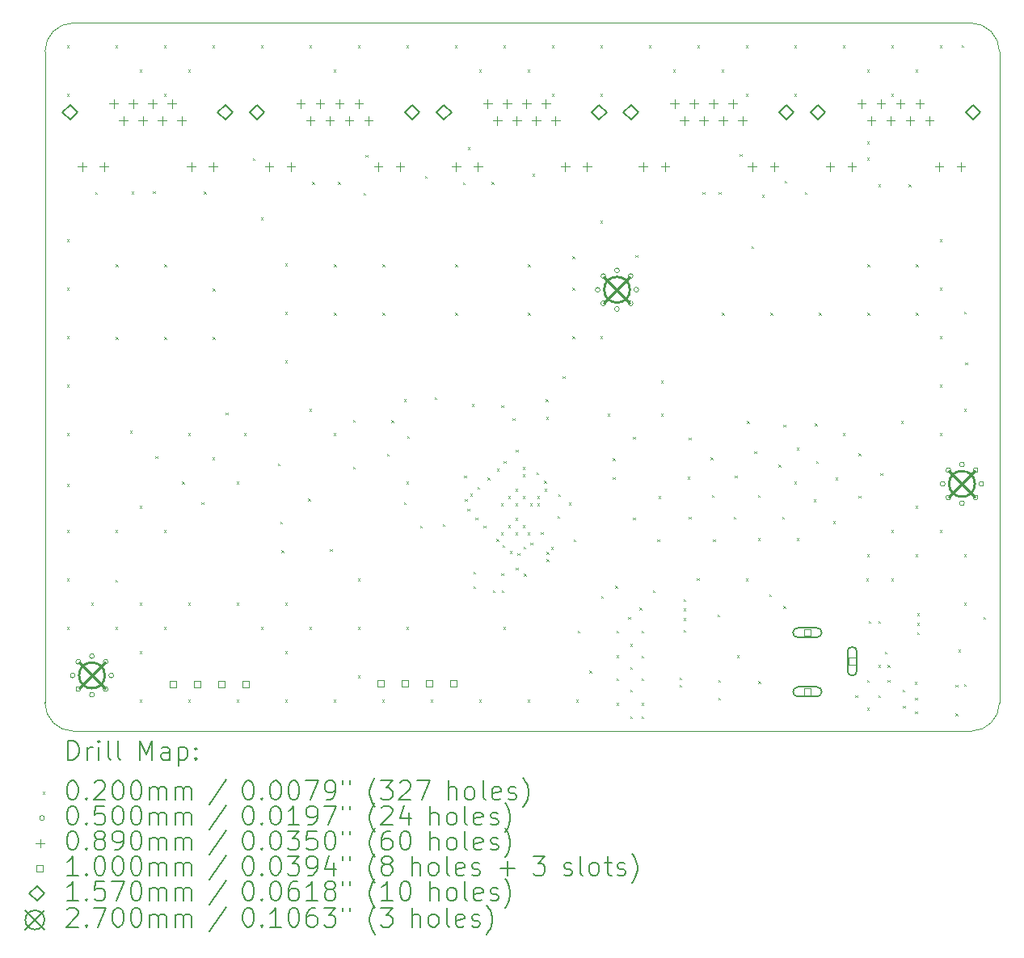
<source format=gbr>
%TF.GenerationSoftware,KiCad,Pcbnew,(7.0.0)*%
%TF.CreationDate,2023-06-14T17:51:45+02:00*%
%TF.ProjectId,Switch ETHERNET,53776974-6368-4204-9554-4845524e4554,rev?*%
%TF.SameCoordinates,Original*%
%TF.FileFunction,Drillmap*%
%TF.FilePolarity,Positive*%
%FSLAX45Y45*%
G04 Gerber Fmt 4.5, Leading zero omitted, Abs format (unit mm)*
G04 Created by KiCad (PCBNEW (7.0.0)) date 2023-06-14 17:51:45*
%MOMM*%
%LPD*%
G01*
G04 APERTURE LIST*
%ADD10C,0.100000*%
%ADD11C,0.200000*%
%ADD12C,0.020000*%
%ADD13C,0.050000*%
%ADD14C,0.089000*%
%ADD15C,0.157000*%
%ADD16C,0.270000*%
G04 APERTURE END LIST*
D10*
X15000000Y-9700000D02*
G75*
G03*
X15300000Y-10000000I300000J0D01*
G01*
X24700000Y-10000000D02*
G75*
G03*
X25000000Y-9700000I0J300000D01*
G01*
X15300000Y-10000000D02*
X24700000Y-10000000D01*
X25000000Y-9700000D02*
X24999000Y-2876000D01*
X15000000Y-9700000D02*
X15000000Y-2875000D01*
X24699000Y-2576000D02*
X15300000Y-2575000D01*
X24999000Y-2876000D02*
G75*
G03*
X24699000Y-2576000I-300000J0D01*
G01*
X15300000Y-2575000D02*
G75*
G03*
X15000000Y-2875000I0J-300000D01*
G01*
D11*
D12*
X15230000Y-2813000D02*
X15250000Y-2833000D01*
X15250000Y-2813000D02*
X15230000Y-2833000D01*
X15230000Y-3321000D02*
X15250000Y-3341000D01*
X15250000Y-3321000D02*
X15230000Y-3341000D01*
X15230000Y-4845000D02*
X15250000Y-4865000D01*
X15250000Y-4845000D02*
X15230000Y-4865000D01*
X15230000Y-5353000D02*
X15250000Y-5373000D01*
X15250000Y-5353000D02*
X15230000Y-5373000D01*
X15230000Y-5861000D02*
X15250000Y-5881000D01*
X15250000Y-5861000D02*
X15230000Y-5881000D01*
X15230000Y-6369000D02*
X15250000Y-6389000D01*
X15250000Y-6369000D02*
X15230000Y-6389000D01*
X15230000Y-6877000D02*
X15250000Y-6897000D01*
X15250000Y-6877000D02*
X15230000Y-6897000D01*
X15230000Y-7410000D02*
X15250000Y-7430000D01*
X15250000Y-7410000D02*
X15230000Y-7430000D01*
X15230000Y-7893000D02*
X15250000Y-7913000D01*
X15250000Y-7893000D02*
X15230000Y-7913000D01*
X15230000Y-8401000D02*
X15250000Y-8421000D01*
X15250000Y-8401000D02*
X15230000Y-8421000D01*
X15230000Y-8909000D02*
X15250000Y-8929000D01*
X15250000Y-8909000D02*
X15230000Y-8929000D01*
X15484000Y-8655000D02*
X15504000Y-8675000D01*
X15504000Y-8655000D02*
X15484000Y-8675000D01*
X15524640Y-4347160D02*
X15544640Y-4367160D01*
X15544640Y-4347160D02*
X15524640Y-4367160D01*
X15738000Y-2813000D02*
X15758000Y-2833000D01*
X15758000Y-2813000D02*
X15738000Y-2833000D01*
X15738000Y-7893000D02*
X15758000Y-7913000D01*
X15758000Y-7893000D02*
X15738000Y-7913000D01*
X15738000Y-8909000D02*
X15758000Y-8929000D01*
X15758000Y-8909000D02*
X15738000Y-8929000D01*
X15740000Y-8415000D02*
X15760000Y-8435000D01*
X15760000Y-8415000D02*
X15740000Y-8435000D01*
X15743000Y-5106000D02*
X15763000Y-5126000D01*
X15763000Y-5106000D02*
X15743000Y-5126000D01*
X15743000Y-5868000D02*
X15763000Y-5888000D01*
X15763000Y-5868000D02*
X15743000Y-5888000D01*
X15890400Y-6851600D02*
X15910400Y-6871600D01*
X15910400Y-6851600D02*
X15890400Y-6871600D01*
X15905640Y-4344620D02*
X15925640Y-4364620D01*
X15925640Y-4344620D02*
X15905640Y-4364620D01*
X15992000Y-3067000D02*
X16012000Y-3087000D01*
X16012000Y-3067000D02*
X15992000Y-3087000D01*
X15992000Y-7639000D02*
X16012000Y-7659000D01*
X16012000Y-7639000D02*
X15992000Y-7659000D01*
X15992000Y-8655000D02*
X16012000Y-8675000D01*
X16012000Y-8655000D02*
X15992000Y-8675000D01*
X15992000Y-9163000D02*
X16012000Y-9183000D01*
X16012000Y-9163000D02*
X15992000Y-9183000D01*
X15992000Y-9671000D02*
X16012000Y-9691000D01*
X16012000Y-9671000D02*
X15992000Y-9691000D01*
X16131700Y-4339540D02*
X16151700Y-4359540D01*
X16151700Y-4339540D02*
X16131700Y-4359540D01*
X16157100Y-7118300D02*
X16177100Y-7138300D01*
X16177100Y-7118300D02*
X16157100Y-7138300D01*
X16246000Y-2813000D02*
X16266000Y-2833000D01*
X16266000Y-2813000D02*
X16246000Y-2833000D01*
X16246000Y-3321000D02*
X16266000Y-3341000D01*
X16266000Y-3321000D02*
X16246000Y-3341000D01*
X16246000Y-7893000D02*
X16266000Y-7913000D01*
X16266000Y-7893000D02*
X16246000Y-7913000D01*
X16246000Y-8909000D02*
X16266000Y-8929000D01*
X16266000Y-8909000D02*
X16246000Y-8929000D01*
X16251000Y-5106000D02*
X16271000Y-5126000D01*
X16271000Y-5106000D02*
X16251000Y-5126000D01*
X16251000Y-5868000D02*
X16271000Y-5888000D01*
X16271000Y-5868000D02*
X16251000Y-5888000D01*
X16436500Y-7385000D02*
X16456500Y-7405000D01*
X16456500Y-7385000D02*
X16436500Y-7405000D01*
X16500000Y-3067000D02*
X16520000Y-3087000D01*
X16520000Y-3067000D02*
X16500000Y-3087000D01*
X16500000Y-6877000D02*
X16520000Y-6897000D01*
X16520000Y-6877000D02*
X16500000Y-6897000D01*
X16500000Y-8655000D02*
X16520000Y-8675000D01*
X16520000Y-8655000D02*
X16500000Y-8675000D01*
X16500000Y-9671000D02*
X16520000Y-9691000D01*
X16520000Y-9671000D02*
X16500000Y-9691000D01*
X16639700Y-7600900D02*
X16659700Y-7620900D01*
X16659700Y-7600900D02*
X16639700Y-7620900D01*
X16665100Y-4344620D02*
X16685100Y-4364620D01*
X16685100Y-4344620D02*
X16665100Y-4364620D01*
X16754000Y-2813000D02*
X16774000Y-2833000D01*
X16774000Y-2813000D02*
X16754000Y-2833000D01*
X16754000Y-7131000D02*
X16774000Y-7151000D01*
X16774000Y-7131000D02*
X16754000Y-7151000D01*
X16759000Y-5360000D02*
X16779000Y-5380000D01*
X16779000Y-5360000D02*
X16759000Y-5380000D01*
X16759000Y-5868000D02*
X16779000Y-5888000D01*
X16779000Y-5868000D02*
X16759000Y-5888000D01*
X16893700Y-6661100D02*
X16913700Y-6681100D01*
X16913700Y-6661100D02*
X16893700Y-6681100D01*
X17008000Y-7385000D02*
X17028000Y-7405000D01*
X17028000Y-7385000D02*
X17008000Y-7405000D01*
X17008000Y-8655000D02*
X17028000Y-8675000D01*
X17028000Y-8655000D02*
X17008000Y-8675000D01*
X17008000Y-9671000D02*
X17028000Y-9691000D01*
X17028000Y-9671000D02*
X17008000Y-9691000D01*
X17084200Y-6877000D02*
X17104200Y-6897000D01*
X17104200Y-6877000D02*
X17084200Y-6897000D01*
X17180000Y-3995000D02*
X17200000Y-4015000D01*
X17200000Y-3995000D02*
X17180000Y-4015000D01*
X17262000Y-2813000D02*
X17282000Y-2833000D01*
X17282000Y-2813000D02*
X17262000Y-2833000D01*
X17262000Y-4616400D02*
X17282000Y-4636400D01*
X17282000Y-4616400D02*
X17262000Y-4636400D01*
X17262000Y-8909000D02*
X17282000Y-8929000D01*
X17282000Y-8909000D02*
X17262000Y-8929000D01*
X17439800Y-7194500D02*
X17459800Y-7214500D01*
X17459800Y-7194500D02*
X17439800Y-7214500D01*
X17465200Y-7804100D02*
X17485200Y-7824100D01*
X17485200Y-7804100D02*
X17465200Y-7824100D01*
X17477900Y-8105300D02*
X17497900Y-8125300D01*
X17497900Y-8105300D02*
X17477900Y-8125300D01*
X17516000Y-5099000D02*
X17536000Y-5119000D01*
X17536000Y-5099000D02*
X17516000Y-5119000D01*
X17516000Y-5607000D02*
X17536000Y-5627000D01*
X17536000Y-5607000D02*
X17516000Y-5627000D01*
X17516000Y-6115000D02*
X17536000Y-6135000D01*
X17536000Y-6115000D02*
X17516000Y-6135000D01*
X17516000Y-8655000D02*
X17536000Y-8675000D01*
X17536000Y-8655000D02*
X17516000Y-8675000D01*
X17516000Y-9163000D02*
X17536000Y-9183000D01*
X17536000Y-9163000D02*
X17516000Y-9183000D01*
X17516000Y-9671000D02*
X17536000Y-9691000D01*
X17536000Y-9671000D02*
X17516000Y-9691000D01*
X17757300Y-7562800D02*
X17777300Y-7582800D01*
X17777300Y-7562800D02*
X17757300Y-7582800D01*
X17770000Y-2813000D02*
X17790000Y-2833000D01*
X17790000Y-2813000D02*
X17770000Y-2833000D01*
X17770000Y-6623000D02*
X17790000Y-6643000D01*
X17790000Y-6623000D02*
X17770000Y-6643000D01*
X17770000Y-8909000D02*
X17790000Y-8929000D01*
X17790000Y-8909000D02*
X17770000Y-8929000D01*
X17800000Y-4244500D02*
X17820000Y-4264500D01*
X17820000Y-4244500D02*
X17800000Y-4264500D01*
X17985900Y-8092600D02*
X18005900Y-8112600D01*
X18005900Y-8092600D02*
X17985900Y-8112600D01*
X18024000Y-3067000D02*
X18044000Y-3087000D01*
X18044000Y-3067000D02*
X18024000Y-3087000D01*
X18024000Y-6877000D02*
X18044000Y-6897000D01*
X18044000Y-6877000D02*
X18024000Y-6897000D01*
X18024000Y-9671000D02*
X18044000Y-9691000D01*
X18044000Y-9671000D02*
X18024000Y-9691000D01*
X18029000Y-5106000D02*
X18049000Y-5126000D01*
X18049000Y-5106000D02*
X18029000Y-5126000D01*
X18029000Y-5614000D02*
X18049000Y-5634000D01*
X18049000Y-5614000D02*
X18029000Y-5634000D01*
X18070000Y-4244500D02*
X18090000Y-4264500D01*
X18090000Y-4244500D02*
X18070000Y-4264500D01*
X18227200Y-7229000D02*
X18247200Y-7249000D01*
X18247200Y-7229000D02*
X18227200Y-7249000D01*
X18230000Y-6735000D02*
X18250000Y-6755000D01*
X18250000Y-6735000D02*
X18230000Y-6755000D01*
X18278000Y-2813000D02*
X18298000Y-2833000D01*
X18298000Y-2813000D02*
X18278000Y-2833000D01*
X18278000Y-8401000D02*
X18298000Y-8421000D01*
X18298000Y-8401000D02*
X18278000Y-8421000D01*
X18278000Y-8909000D02*
X18298000Y-8929000D01*
X18298000Y-8909000D02*
X18278000Y-8929000D01*
X18278000Y-9417000D02*
X18298000Y-9437000D01*
X18298000Y-9417000D02*
X18278000Y-9437000D01*
X18340000Y-4360000D02*
X18360000Y-4380000D01*
X18360000Y-4360000D02*
X18340000Y-4380000D01*
X18360000Y-3960000D02*
X18380000Y-3980000D01*
X18380000Y-3960000D02*
X18360000Y-3980000D01*
X18532000Y-9671000D02*
X18552000Y-9691000D01*
X18552000Y-9671000D02*
X18532000Y-9691000D01*
X18537000Y-5106000D02*
X18557000Y-5126000D01*
X18557000Y-5106000D02*
X18537000Y-5126000D01*
X18537000Y-5614000D02*
X18557000Y-5634000D01*
X18557000Y-5614000D02*
X18537000Y-5634000D01*
X18585000Y-7090000D02*
X18605000Y-7110000D01*
X18605000Y-7090000D02*
X18585000Y-7110000D01*
X18630000Y-6740000D02*
X18650000Y-6760000D01*
X18650000Y-6740000D02*
X18630000Y-6760000D01*
X18760000Y-6520000D02*
X18780000Y-6540000D01*
X18780000Y-6520000D02*
X18760000Y-6540000D01*
X18760600Y-7600900D02*
X18780600Y-7620900D01*
X18780600Y-7600900D02*
X18760600Y-7620900D01*
X18786000Y-2813000D02*
X18806000Y-2833000D01*
X18806000Y-2813000D02*
X18786000Y-2833000D01*
X18786000Y-7385000D02*
X18806000Y-7405000D01*
X18806000Y-7385000D02*
X18786000Y-7405000D01*
X18786000Y-8909000D02*
X18806000Y-8929000D01*
X18806000Y-8909000D02*
X18786000Y-8929000D01*
X18795000Y-6905000D02*
X18815000Y-6925000D01*
X18815000Y-6905000D02*
X18795000Y-6925000D01*
X18930000Y-7845000D02*
X18950000Y-7865000D01*
X18950000Y-7845000D02*
X18930000Y-7865000D01*
X18980000Y-4180000D02*
X19000000Y-4200000D01*
X19000000Y-4180000D02*
X18980000Y-4200000D01*
X19040000Y-9671000D02*
X19060000Y-9691000D01*
X19060000Y-9671000D02*
X19040000Y-9691000D01*
X19085000Y-6500000D02*
X19105000Y-6520000D01*
X19105000Y-6500000D02*
X19085000Y-6520000D01*
X19165000Y-7830000D02*
X19185000Y-7850000D01*
X19185000Y-7830000D02*
X19165000Y-7850000D01*
X19294000Y-2813000D02*
X19314000Y-2833000D01*
X19314000Y-2813000D02*
X19294000Y-2833000D01*
X19299000Y-5106000D02*
X19319000Y-5126000D01*
X19319000Y-5106000D02*
X19299000Y-5126000D01*
X19299000Y-5614000D02*
X19319000Y-5634000D01*
X19319000Y-5614000D02*
X19299000Y-5634000D01*
X19380000Y-4250000D02*
X19400000Y-4270000D01*
X19400000Y-4250000D02*
X19380000Y-4270000D01*
X19390520Y-7320440D02*
X19410520Y-7340440D01*
X19410520Y-7320440D02*
X19390520Y-7340440D01*
X19400680Y-7567880D02*
X19420680Y-7587880D01*
X19420680Y-7567880D02*
X19400680Y-7587880D01*
X19425000Y-7670000D02*
X19445000Y-7690000D01*
X19445000Y-7670000D02*
X19425000Y-7690000D01*
X19430000Y-3880000D02*
X19450000Y-3900000D01*
X19450000Y-3880000D02*
X19430000Y-3900000D01*
X19456560Y-7512000D02*
X19476560Y-7532000D01*
X19476560Y-7512000D02*
X19456560Y-7532000D01*
X19470000Y-6570000D02*
X19490000Y-6590000D01*
X19490000Y-6570000D02*
X19470000Y-6590000D01*
X19487040Y-8329880D02*
X19507040Y-8349880D01*
X19507040Y-8329880D02*
X19487040Y-8349880D01*
X19489580Y-8479740D02*
X19509580Y-8499740D01*
X19509580Y-8479740D02*
X19489580Y-8499740D01*
X19509900Y-7760920D02*
X19529900Y-7780920D01*
X19529900Y-7760920D02*
X19509900Y-7780920D01*
X19531490Y-7438340D02*
X19551490Y-7458340D01*
X19551490Y-7438340D02*
X19531490Y-7458340D01*
X19548000Y-3067000D02*
X19568000Y-3087000D01*
X19568000Y-3067000D02*
X19548000Y-3087000D01*
X19548000Y-9671000D02*
X19568000Y-9691000D01*
X19568000Y-9671000D02*
X19548000Y-9691000D01*
X19596260Y-7847280D02*
X19616260Y-7867280D01*
X19616260Y-7847280D02*
X19596260Y-7867280D01*
X19636900Y-7341820D02*
X19656900Y-7361820D01*
X19656900Y-7341820D02*
X19636900Y-7361820D01*
X19680000Y-4244500D02*
X19700000Y-4264500D01*
X19700000Y-4244500D02*
X19680000Y-4264500D01*
X19693439Y-8522870D02*
X19713439Y-8542870D01*
X19713439Y-8522870D02*
X19693439Y-8542870D01*
X19730880Y-7984440D02*
X19750880Y-8004440D01*
X19750880Y-7984440D02*
X19730880Y-8004440D01*
X19735960Y-7247840D02*
X19755960Y-7267840D01*
X19755960Y-7247840D02*
X19735960Y-7267840D01*
X19776600Y-7613600D02*
X19796600Y-7633600D01*
X19796600Y-7613600D02*
X19776600Y-7633600D01*
X19776600Y-7918400D02*
X19796600Y-7938400D01*
X19796600Y-7918400D02*
X19776600Y-7938400D01*
X19780000Y-6585000D02*
X19800000Y-6605000D01*
X19800000Y-6585000D02*
X19780000Y-6605000D01*
X19780000Y-8345000D02*
X19800000Y-8365000D01*
X19800000Y-8345000D02*
X19780000Y-8365000D01*
X19786760Y-8522920D02*
X19806760Y-8542920D01*
X19806760Y-8522920D02*
X19786760Y-8542920D01*
X19793352Y-8048709D02*
X19813352Y-8068709D01*
X19813352Y-8048709D02*
X19793352Y-8068709D01*
X19802000Y-2813000D02*
X19822000Y-2833000D01*
X19822000Y-2813000D02*
X19802000Y-2833000D01*
X19802000Y-8909000D02*
X19822000Y-8929000D01*
X19822000Y-8909000D02*
X19802000Y-8929000D01*
X19807080Y-7166560D02*
X19827080Y-7186560D01*
X19827080Y-7166560D02*
X19807080Y-7186560D01*
X19852800Y-7537400D02*
X19872800Y-7557400D01*
X19872800Y-7537400D02*
X19852800Y-7557400D01*
X19852800Y-7842200D02*
X19872800Y-7862200D01*
X19872800Y-7842200D02*
X19852800Y-7862200D01*
X19868040Y-8112361D02*
X19888040Y-8132361D01*
X19888040Y-8112361D02*
X19868040Y-8132361D01*
X19900000Y-6720000D02*
X19920000Y-6740000D01*
X19920000Y-6720000D02*
X19900000Y-6740000D01*
X19929000Y-7461200D02*
X19949000Y-7481200D01*
X19949000Y-7461200D02*
X19929000Y-7481200D01*
X19929000Y-7613600D02*
X19949000Y-7633600D01*
X19949000Y-7613600D02*
X19929000Y-7633600D01*
X19929000Y-7918400D02*
X19949000Y-7938400D01*
X19949000Y-7918400D02*
X19929000Y-7938400D01*
X19930000Y-7765000D02*
X19950000Y-7785000D01*
X19950000Y-7765000D02*
X19930000Y-7785000D01*
X19934080Y-7049720D02*
X19954080Y-7069720D01*
X19954080Y-7049720D02*
X19934080Y-7069720D01*
X19934080Y-8284160D02*
X19954080Y-8304160D01*
X19954080Y-8284160D02*
X19934080Y-8304160D01*
X19949320Y-8131760D02*
X19969320Y-8151760D01*
X19969320Y-8131760D02*
X19949320Y-8151760D01*
X20005200Y-7232600D02*
X20025200Y-7252600D01*
X20025200Y-7232600D02*
X20005200Y-7252600D01*
X20005200Y-7308800D02*
X20025200Y-7328800D01*
X20025200Y-7308800D02*
X20005200Y-7328800D01*
X20005200Y-7537400D02*
X20025200Y-7557400D01*
X20025200Y-7537400D02*
X20005200Y-7557400D01*
X20005200Y-7842200D02*
X20025200Y-7862200D01*
X20025200Y-7842200D02*
X20005200Y-7862200D01*
X20013160Y-8063520D02*
X20033160Y-8083520D01*
X20033160Y-8063520D02*
X20013160Y-8083520D01*
X20017327Y-8349580D02*
X20037327Y-8369580D01*
X20037327Y-8349580D02*
X20017327Y-8369580D01*
X20056000Y-3067000D02*
X20076000Y-3087000D01*
X20076000Y-3067000D02*
X20056000Y-3087000D01*
X20056000Y-7918400D02*
X20076000Y-7938400D01*
X20076000Y-7918400D02*
X20056000Y-7938400D01*
X20056000Y-9671000D02*
X20076000Y-9691000D01*
X20076000Y-9671000D02*
X20056000Y-9691000D01*
X20061000Y-5106000D02*
X20081000Y-5126000D01*
X20081000Y-5106000D02*
X20061000Y-5126000D01*
X20061000Y-5614000D02*
X20081000Y-5634000D01*
X20081000Y-5614000D02*
X20061000Y-5634000D01*
X20081400Y-7613600D02*
X20101400Y-7633600D01*
X20101400Y-7613600D02*
X20081400Y-7633600D01*
X20085783Y-8022889D02*
X20105783Y-8042889D01*
X20105783Y-8022889D02*
X20085783Y-8042889D01*
X20110000Y-4160000D02*
X20130000Y-4180000D01*
X20130000Y-4160000D02*
X20110000Y-4180000D01*
X20147440Y-7288480D02*
X20167440Y-7308480D01*
X20167440Y-7288480D02*
X20147440Y-7308480D01*
X20157600Y-7537400D02*
X20177600Y-7557400D01*
X20177600Y-7537400D02*
X20157600Y-7557400D01*
X20157600Y-7613600D02*
X20177600Y-7633600D01*
X20177600Y-7613600D02*
X20157600Y-7633600D01*
X20195067Y-7911413D02*
X20215067Y-7931413D01*
X20215067Y-7911413D02*
X20195067Y-7931413D01*
X20228720Y-7374840D02*
X20248720Y-7394840D01*
X20248720Y-7374840D02*
X20228720Y-7394840D01*
X20233800Y-7461200D02*
X20253800Y-7481200D01*
X20253800Y-7461200D02*
X20233800Y-7481200D01*
X20246500Y-6520000D02*
X20266500Y-6540000D01*
X20266500Y-6520000D02*
X20246500Y-6540000D01*
X20249040Y-6705760D02*
X20269040Y-6725760D01*
X20269040Y-6705760D02*
X20249040Y-6725760D01*
X20254120Y-8121600D02*
X20274120Y-8141600D01*
X20274120Y-8121600D02*
X20254120Y-8141600D01*
X20254650Y-8197270D02*
X20274650Y-8217270D01*
X20274650Y-8197270D02*
X20254650Y-8217270D01*
X20304327Y-8070207D02*
X20324327Y-8090207D01*
X20324327Y-8070207D02*
X20304327Y-8090207D01*
X20310000Y-2813000D02*
X20330000Y-2833000D01*
X20330000Y-2813000D02*
X20310000Y-2833000D01*
X20310000Y-3321000D02*
X20330000Y-3341000D01*
X20330000Y-3321000D02*
X20310000Y-3341000D01*
X20367313Y-7744247D02*
X20387313Y-7764247D01*
X20387313Y-7744247D02*
X20367313Y-7764247D01*
X20376040Y-7517080D02*
X20396040Y-7537080D01*
X20396040Y-7517080D02*
X20376040Y-7537080D01*
X20424300Y-6280100D02*
X20444300Y-6300100D01*
X20444300Y-6280100D02*
X20424300Y-6300100D01*
X20490000Y-7605000D02*
X20510000Y-7625000D01*
X20510000Y-7605000D02*
X20490000Y-7625000D01*
X20525900Y-5022800D02*
X20545900Y-5042800D01*
X20545900Y-5022800D02*
X20525900Y-5042800D01*
X20525900Y-5353000D02*
X20545900Y-5373000D01*
X20545900Y-5353000D02*
X20525900Y-5373000D01*
X20525900Y-5861000D02*
X20545900Y-5881000D01*
X20545900Y-5861000D02*
X20525900Y-5881000D01*
X20538600Y-7991000D02*
X20558600Y-8011000D01*
X20558600Y-7991000D02*
X20538600Y-8011000D01*
X20564000Y-9671000D02*
X20584000Y-9691000D01*
X20584000Y-9671000D02*
X20564000Y-9691000D01*
X20579240Y-8947100D02*
X20599240Y-8967100D01*
X20599240Y-8947100D02*
X20579240Y-8967100D01*
X20705000Y-9365000D02*
X20725000Y-9385000D01*
X20725000Y-9365000D02*
X20705000Y-9385000D01*
X20818000Y-2813000D02*
X20838000Y-2833000D01*
X20838000Y-2813000D02*
X20818000Y-2833000D01*
X20818000Y-3321000D02*
X20838000Y-3341000D01*
X20838000Y-3321000D02*
X20818000Y-3341000D01*
X20818000Y-4650900D02*
X20838000Y-4670900D01*
X20838000Y-4650900D02*
X20818000Y-4670900D01*
X20818000Y-5861000D02*
X20838000Y-5881000D01*
X20838000Y-5861000D02*
X20818000Y-5881000D01*
X20825000Y-8580000D02*
X20845000Y-8600000D01*
X20845000Y-8580000D02*
X20825000Y-8600000D01*
X20894200Y-6673800D02*
X20914200Y-6693800D01*
X20914200Y-6673800D02*
X20894200Y-6693800D01*
X20950080Y-7137560D02*
X20970080Y-7157560D01*
X20970080Y-7137560D02*
X20950080Y-7157560D01*
X20950080Y-7335680D02*
X20970080Y-7355680D01*
X20970080Y-7335680D02*
X20950080Y-7355680D01*
X20975000Y-8475000D02*
X20995000Y-8495000D01*
X20995000Y-8475000D02*
X20975000Y-8495000D01*
X20990000Y-8945000D02*
X21010000Y-8965000D01*
X21010000Y-8945000D02*
X20990000Y-8965000D01*
X20990000Y-9205000D02*
X21010000Y-9225000D01*
X21010000Y-9205000D02*
X20990000Y-9225000D01*
X20990000Y-9445000D02*
X21010000Y-9465000D01*
X21010000Y-9445000D02*
X20990000Y-9465000D01*
X20990000Y-9705000D02*
X21010000Y-9725000D01*
X21010000Y-9705000D02*
X20990000Y-9725000D01*
X21110000Y-8805000D02*
X21130000Y-8825000D01*
X21130000Y-8805000D02*
X21110000Y-8825000D01*
X21130000Y-9085000D02*
X21150000Y-9105000D01*
X21150000Y-9085000D02*
X21130000Y-9105000D01*
X21130000Y-9325000D02*
X21150000Y-9345000D01*
X21150000Y-9325000D02*
X21130000Y-9345000D01*
X21130000Y-9565000D02*
X21150000Y-9585000D01*
X21150000Y-9565000D02*
X21130000Y-9585000D01*
X21130000Y-9845000D02*
X21150000Y-9865000D01*
X21150000Y-9845000D02*
X21130000Y-9865000D01*
X21160900Y-6915100D02*
X21180900Y-6935100D01*
X21180900Y-6915100D02*
X21160900Y-6935100D01*
X21160900Y-7762400D02*
X21180900Y-7782400D01*
X21180900Y-7762400D02*
X21160900Y-7782400D01*
X21186300Y-5010100D02*
X21206300Y-5030100D01*
X21206300Y-5010100D02*
X21186300Y-5030100D01*
X21230000Y-8705000D02*
X21250000Y-8725000D01*
X21250000Y-8705000D02*
X21230000Y-8725000D01*
X21249800Y-9210200D02*
X21269800Y-9230200D01*
X21269800Y-9210200D02*
X21249800Y-9230200D01*
X21250000Y-8945000D02*
X21270000Y-8965000D01*
X21270000Y-8945000D02*
X21250000Y-8965000D01*
X21250000Y-9445000D02*
X21270000Y-9465000D01*
X21270000Y-9445000D02*
X21250000Y-9465000D01*
X21250000Y-9705000D02*
X21270000Y-9725000D01*
X21270000Y-9705000D02*
X21250000Y-9725000D01*
X21250000Y-9845000D02*
X21270000Y-9865000D01*
X21270000Y-9845000D02*
X21250000Y-9865000D01*
X21326000Y-2813000D02*
X21346000Y-2833000D01*
X21346000Y-2813000D02*
X21326000Y-2833000D01*
X21370000Y-8525000D02*
X21390000Y-8545000D01*
X21390000Y-8525000D02*
X21370000Y-8545000D01*
X21414900Y-7991000D02*
X21434900Y-8011000D01*
X21434900Y-7991000D02*
X21414900Y-8011000D01*
X21427600Y-7537400D02*
X21447600Y-7557400D01*
X21447600Y-7537400D02*
X21427600Y-7557400D01*
X21453000Y-6327300D02*
X21473000Y-6347300D01*
X21473000Y-6327300D02*
X21453000Y-6347300D01*
X21453000Y-6673800D02*
X21473000Y-6693800D01*
X21473000Y-6673800D02*
X21453000Y-6693800D01*
X21580000Y-3067000D02*
X21600000Y-3087000D01*
X21600000Y-3067000D02*
X21580000Y-3087000D01*
X21648580Y-9437320D02*
X21668580Y-9457320D01*
X21668580Y-9437320D02*
X21648580Y-9457320D01*
X21648580Y-9510980D02*
X21668580Y-9530980D01*
X21668580Y-9510980D02*
X21648580Y-9530980D01*
X21690000Y-8615000D02*
X21710000Y-8635000D01*
X21710000Y-8615000D02*
X21690000Y-8635000D01*
X21690000Y-8715000D02*
X21710000Y-8735000D01*
X21710000Y-8715000D02*
X21690000Y-8735000D01*
X21690000Y-8815000D02*
X21710000Y-8835000D01*
X21710000Y-8815000D02*
X21690000Y-8835000D01*
X21690000Y-8939480D02*
X21710000Y-8959480D01*
X21710000Y-8939480D02*
X21690000Y-8959480D01*
X21732400Y-7334200D02*
X21752400Y-7354200D01*
X21752400Y-7334200D02*
X21732400Y-7354200D01*
X21745100Y-6924200D02*
X21765100Y-6944200D01*
X21765100Y-6924200D02*
X21745100Y-6944200D01*
X21745100Y-7753300D02*
X21765100Y-7773300D01*
X21765100Y-7753300D02*
X21745100Y-7773300D01*
X21830000Y-8395000D02*
X21850000Y-8415000D01*
X21850000Y-8395000D02*
X21830000Y-8415000D01*
X21834000Y-2813000D02*
X21854000Y-2833000D01*
X21854000Y-2813000D02*
X21834000Y-2833000D01*
X21890000Y-4350000D02*
X21910000Y-4370000D01*
X21910000Y-4350000D02*
X21890000Y-4370000D01*
X21973700Y-7131000D02*
X21993700Y-7151000D01*
X21993700Y-7131000D02*
X21973700Y-7151000D01*
X21986400Y-7524700D02*
X22006400Y-7544700D01*
X22006400Y-7524700D02*
X21986400Y-7544700D01*
X21999100Y-7991000D02*
X22019100Y-8011000D01*
X22019100Y-7991000D02*
X21999100Y-8011000D01*
X22047360Y-8774380D02*
X22067360Y-8794380D01*
X22067360Y-8774380D02*
X22047360Y-8794380D01*
X22054980Y-9460180D02*
X22074980Y-9480180D01*
X22074980Y-9460180D02*
X22054980Y-9480180D01*
X22054980Y-9650680D02*
X22074980Y-9670680D01*
X22074980Y-9650680D02*
X22054980Y-9670680D01*
X22060000Y-4350000D02*
X22080000Y-4370000D01*
X22080000Y-4350000D02*
X22060000Y-4370000D01*
X22088000Y-3067000D02*
X22108000Y-3087000D01*
X22108000Y-3067000D02*
X22088000Y-3087000D01*
X22093000Y-5614000D02*
X22113000Y-5634000D01*
X22113000Y-5614000D02*
X22093000Y-5634000D01*
X22215000Y-7753300D02*
X22235000Y-7773300D01*
X22235000Y-7753300D02*
X22215000Y-7773300D01*
X22227700Y-7321500D02*
X22247700Y-7341500D01*
X22247700Y-7321500D02*
X22227700Y-7341500D01*
X22250000Y-9205000D02*
X22270000Y-9225000D01*
X22270000Y-9205000D02*
X22250000Y-9225000D01*
X22280000Y-3950000D02*
X22300000Y-3970000D01*
X22300000Y-3950000D02*
X22280000Y-3970000D01*
X22342000Y-2813000D02*
X22362000Y-2833000D01*
X22362000Y-2813000D02*
X22342000Y-2833000D01*
X22342000Y-3321000D02*
X22362000Y-3341000D01*
X22362000Y-3321000D02*
X22342000Y-3341000D01*
X22342000Y-8401000D02*
X22362000Y-8421000D01*
X22362000Y-8401000D02*
X22342000Y-8421000D01*
X22354700Y-6750000D02*
X22374700Y-6770000D01*
X22374700Y-6750000D02*
X22354700Y-6770000D01*
X22400000Y-4915000D02*
X22420000Y-4935000D01*
X22420000Y-4915000D02*
X22400000Y-4935000D01*
X22430900Y-7067500D02*
X22450900Y-7087500D01*
X22450900Y-7067500D02*
X22430900Y-7087500D01*
X22469000Y-7524700D02*
X22489000Y-7544700D01*
X22489000Y-7524700D02*
X22469000Y-7544700D01*
X22469000Y-7978300D02*
X22489000Y-7998300D01*
X22489000Y-7978300D02*
X22469000Y-7998300D01*
X22474080Y-9475420D02*
X22494080Y-9495420D01*
X22494080Y-9475420D02*
X22474080Y-9495420D01*
X22510000Y-4380000D02*
X22530000Y-4400000D01*
X22530000Y-4380000D02*
X22510000Y-4400000D01*
X22590000Y-8565000D02*
X22610000Y-8585000D01*
X22610000Y-8565000D02*
X22590000Y-8585000D01*
X22601000Y-5614000D02*
X22621000Y-5634000D01*
X22621000Y-5614000D02*
X22601000Y-5634000D01*
X22684900Y-7207200D02*
X22704900Y-7227200D01*
X22704900Y-7207200D02*
X22684900Y-7227200D01*
X22723000Y-7753300D02*
X22743000Y-7773300D01*
X22743000Y-7753300D02*
X22723000Y-7773300D01*
X22735700Y-6788100D02*
X22755700Y-6808100D01*
X22755700Y-6788100D02*
X22735700Y-6808100D01*
X22735700Y-8688020D02*
X22755700Y-8708020D01*
X22755700Y-8688020D02*
X22735700Y-8708020D01*
X22750000Y-4230000D02*
X22770000Y-4250000D01*
X22770000Y-4230000D02*
X22750000Y-4250000D01*
X22850000Y-2813000D02*
X22870000Y-2833000D01*
X22870000Y-2813000D02*
X22850000Y-2833000D01*
X22850000Y-3321000D02*
X22870000Y-3341000D01*
X22870000Y-3321000D02*
X22850000Y-3341000D01*
X22850000Y-7385000D02*
X22870000Y-7405000D01*
X22870000Y-7385000D02*
X22850000Y-7405000D01*
X22875400Y-7029400D02*
X22895400Y-7049400D01*
X22895400Y-7029400D02*
X22875400Y-7049400D01*
X22875400Y-7978300D02*
X22895400Y-7998300D01*
X22895400Y-7978300D02*
X22875400Y-7998300D01*
X22960000Y-4350000D02*
X22980000Y-4370000D01*
X22980000Y-4350000D02*
X22960000Y-4370000D01*
X23053200Y-7571900D02*
X23073200Y-7591900D01*
X23073200Y-7571900D02*
X23053200Y-7591900D01*
X23065900Y-6775400D02*
X23085900Y-6795400D01*
X23085900Y-6775400D02*
X23065900Y-6795400D01*
X23078600Y-7169100D02*
X23098600Y-7189100D01*
X23098600Y-7169100D02*
X23078600Y-7189100D01*
X23109000Y-5614000D02*
X23129000Y-5634000D01*
X23129000Y-5614000D02*
X23109000Y-5634000D01*
X23256400Y-7800500D02*
X23276400Y-7820500D01*
X23276400Y-7800500D02*
X23256400Y-7820500D01*
X23281800Y-7343300D02*
X23301800Y-7363300D01*
X23301800Y-7343300D02*
X23281800Y-7363300D01*
X23358000Y-2813000D02*
X23378000Y-2833000D01*
X23378000Y-2813000D02*
X23358000Y-2833000D01*
X23358000Y-6877000D02*
X23378000Y-6897000D01*
X23378000Y-6877000D02*
X23358000Y-6897000D01*
X23490000Y-9625000D02*
X23510000Y-9645000D01*
X23510000Y-9625000D02*
X23490000Y-9645000D01*
X23523100Y-7089300D02*
X23543100Y-7109300D01*
X23543100Y-7089300D02*
X23523100Y-7109300D01*
X23523100Y-7533800D02*
X23543100Y-7553800D01*
X23543100Y-7533800D02*
X23523100Y-7553800D01*
X23605000Y-8400000D02*
X23625000Y-8420000D01*
X23625000Y-8400000D02*
X23605000Y-8420000D01*
X23610000Y-3820000D02*
X23630000Y-3840000D01*
X23630000Y-3820000D02*
X23610000Y-3840000D01*
X23610000Y-3990000D02*
X23630000Y-4010000D01*
X23630000Y-3990000D02*
X23610000Y-4010000D01*
X23610000Y-9465000D02*
X23630000Y-9485000D01*
X23630000Y-9465000D02*
X23610000Y-9485000D01*
X23612000Y-3067000D02*
X23632000Y-3087000D01*
X23632000Y-3067000D02*
X23612000Y-3087000D01*
X23612000Y-8147000D02*
X23632000Y-8167000D01*
X23632000Y-8147000D02*
X23612000Y-8167000D01*
X23612000Y-9756300D02*
X23632000Y-9776300D01*
X23632000Y-9756300D02*
X23612000Y-9776300D01*
X23617000Y-5106000D02*
X23637000Y-5126000D01*
X23637000Y-5106000D02*
X23617000Y-5126000D01*
X23617000Y-5614000D02*
X23637000Y-5634000D01*
X23637000Y-5614000D02*
X23617000Y-5634000D01*
X23630000Y-8845000D02*
X23650000Y-8865000D01*
X23650000Y-8845000D02*
X23630000Y-8865000D01*
X23730000Y-4270000D02*
X23750000Y-4290000D01*
X23750000Y-4270000D02*
X23730000Y-4290000D01*
X23730000Y-8845000D02*
X23750000Y-8865000D01*
X23750000Y-8845000D02*
X23730000Y-8865000D01*
X23730000Y-9305000D02*
X23750000Y-9325000D01*
X23750000Y-9305000D02*
X23730000Y-9325000D01*
X23730000Y-9625000D02*
X23750000Y-9645000D01*
X23750000Y-9625000D02*
X23730000Y-9645000D01*
X23751700Y-7296100D02*
X23771700Y-7316100D01*
X23771700Y-7296100D02*
X23751700Y-7316100D01*
X23800000Y-9165000D02*
X23820000Y-9185000D01*
X23820000Y-9165000D02*
X23800000Y-9185000D01*
X23830000Y-9305000D02*
X23850000Y-9325000D01*
X23850000Y-9305000D02*
X23830000Y-9325000D01*
X23830000Y-9465000D02*
X23850000Y-9485000D01*
X23850000Y-9465000D02*
X23830000Y-9485000D01*
X23866000Y-2813000D02*
X23886000Y-2833000D01*
X23886000Y-2813000D02*
X23866000Y-2833000D01*
X23866000Y-3321000D02*
X23886000Y-3341000D01*
X23886000Y-3321000D02*
X23866000Y-3341000D01*
X23866000Y-7893000D02*
X23886000Y-7913000D01*
X23886000Y-7893000D02*
X23866000Y-7913000D01*
X23866000Y-8401000D02*
X23886000Y-8421000D01*
X23886000Y-8401000D02*
X23866000Y-8421000D01*
X23967600Y-6750000D02*
X23987600Y-6770000D01*
X23987600Y-6750000D02*
X23967600Y-6770000D01*
X23985380Y-9565000D02*
X24005380Y-9585000D01*
X24005380Y-9565000D02*
X23985380Y-9585000D01*
X23987920Y-9731960D02*
X24007920Y-9751960D01*
X24007920Y-9731960D02*
X23987920Y-9751960D01*
X24050000Y-4270000D02*
X24070000Y-4290000D01*
X24070000Y-4270000D02*
X24050000Y-4290000D01*
X24110000Y-9485000D02*
X24130000Y-9505000D01*
X24130000Y-9485000D02*
X24110000Y-9505000D01*
X24114920Y-9650680D02*
X24134920Y-9670680D01*
X24134920Y-9650680D02*
X24114920Y-9670680D01*
X24114920Y-9790380D02*
X24134920Y-9810380D01*
X24134920Y-9790380D02*
X24114920Y-9810380D01*
X24120000Y-3067000D02*
X24140000Y-3087000D01*
X24140000Y-3067000D02*
X24120000Y-3087000D01*
X24120000Y-7639000D02*
X24140000Y-7659000D01*
X24140000Y-7639000D02*
X24120000Y-7659000D01*
X24120000Y-8147000D02*
X24140000Y-8167000D01*
X24140000Y-8147000D02*
X24120000Y-8167000D01*
X24125000Y-5106000D02*
X24145000Y-5126000D01*
X24145000Y-5106000D02*
X24125000Y-5126000D01*
X24125000Y-5614000D02*
X24145000Y-5634000D01*
X24145000Y-5614000D02*
X24125000Y-5634000D01*
X24140000Y-8765000D02*
X24160000Y-8785000D01*
X24160000Y-8765000D02*
X24140000Y-8785000D01*
X24140000Y-8865000D02*
X24160000Y-8885000D01*
X24160000Y-8865000D02*
X24140000Y-8885000D01*
X24140000Y-8965000D02*
X24160000Y-8985000D01*
X24160000Y-8965000D02*
X24140000Y-8985000D01*
X24374000Y-2813000D02*
X24394000Y-2833000D01*
X24394000Y-2813000D02*
X24374000Y-2833000D01*
X24374000Y-4845000D02*
X24394000Y-4865000D01*
X24394000Y-4845000D02*
X24374000Y-4865000D01*
X24374000Y-5353000D02*
X24394000Y-5373000D01*
X24394000Y-5353000D02*
X24374000Y-5373000D01*
X24374000Y-5861000D02*
X24394000Y-5881000D01*
X24394000Y-5861000D02*
X24374000Y-5881000D01*
X24374000Y-6369000D02*
X24394000Y-6389000D01*
X24394000Y-6369000D02*
X24374000Y-6389000D01*
X24374000Y-6877000D02*
X24394000Y-6897000D01*
X24394000Y-6877000D02*
X24374000Y-6897000D01*
X24374000Y-7893000D02*
X24394000Y-7913000D01*
X24394000Y-7893000D02*
X24374000Y-7913000D01*
X24540000Y-9515000D02*
X24560000Y-9535000D01*
X24560000Y-9515000D02*
X24540000Y-9535000D01*
X24540000Y-9815000D02*
X24560000Y-9835000D01*
X24560000Y-9815000D02*
X24540000Y-9835000D01*
X24570000Y-9145000D02*
X24590000Y-9165000D01*
X24590000Y-9145000D02*
X24570000Y-9165000D01*
X24605000Y-2810000D02*
X24625000Y-2830000D01*
X24625000Y-2810000D02*
X24605000Y-2830000D01*
X24628000Y-5603400D02*
X24648000Y-5623400D01*
X24648000Y-5603400D02*
X24628000Y-5623400D01*
X24628000Y-6623000D02*
X24648000Y-6643000D01*
X24648000Y-6623000D02*
X24628000Y-6643000D01*
X24628000Y-8147000D02*
X24648000Y-8167000D01*
X24648000Y-8147000D02*
X24628000Y-8167000D01*
X24628000Y-8655000D02*
X24648000Y-8675000D01*
X24648000Y-8655000D02*
X24628000Y-8675000D01*
X24630000Y-9505000D02*
X24650000Y-9525000D01*
X24650000Y-9505000D02*
X24630000Y-9525000D01*
X24640700Y-6136800D02*
X24660700Y-6156800D01*
X24660700Y-6136800D02*
X24640700Y-6156800D01*
X24831200Y-8803800D02*
X24851200Y-8823800D01*
X24851200Y-8803800D02*
X24831200Y-8823800D01*
D13*
X15315000Y-9415000D02*
G75*
G03*
X15315000Y-9415000I-25000J0D01*
G01*
X15374311Y-9271811D02*
G75*
G03*
X15374311Y-9271811I-25000J0D01*
G01*
X15374311Y-9558189D02*
G75*
G03*
X15374311Y-9558189I-25000J0D01*
G01*
X15517500Y-9212500D02*
G75*
G03*
X15517500Y-9212500I-25000J0D01*
G01*
X15517500Y-9617500D02*
G75*
G03*
X15517500Y-9617500I-25000J0D01*
G01*
X15660689Y-9271811D02*
G75*
G03*
X15660689Y-9271811I-25000J0D01*
G01*
X15660689Y-9558189D02*
G75*
G03*
X15660689Y-9558189I-25000J0D01*
G01*
X15720000Y-9415000D02*
G75*
G03*
X15720000Y-9415000I-25000J0D01*
G01*
X20815689Y-5371811D02*
G75*
G03*
X20815689Y-5371811I-25000J0D01*
G01*
X20875000Y-5228622D02*
G75*
G03*
X20875000Y-5228622I-25000J0D01*
G01*
X20875000Y-5515000D02*
G75*
G03*
X20875000Y-5515000I-25000J0D01*
G01*
X21018189Y-5169311D02*
G75*
G03*
X21018189Y-5169311I-25000J0D01*
G01*
X21018189Y-5574311D02*
G75*
G03*
X21018189Y-5574311I-25000J0D01*
G01*
X21161378Y-5228622D02*
G75*
G03*
X21161378Y-5228622I-25000J0D01*
G01*
X21161378Y-5515000D02*
G75*
G03*
X21161378Y-5515000I-25000J0D01*
G01*
X21220689Y-5371811D02*
G75*
G03*
X21220689Y-5371811I-25000J0D01*
G01*
X24429311Y-7406811D02*
G75*
G03*
X24429311Y-7406811I-25000J0D01*
G01*
X24488622Y-7263622D02*
G75*
G03*
X24488622Y-7263622I-25000J0D01*
G01*
X24488622Y-7550000D02*
G75*
G03*
X24488622Y-7550000I-25000J0D01*
G01*
X24631811Y-7204311D02*
G75*
G03*
X24631811Y-7204311I-25000J0D01*
G01*
X24631811Y-7609311D02*
G75*
G03*
X24631811Y-7609311I-25000J0D01*
G01*
X24775000Y-7263622D02*
G75*
G03*
X24775000Y-7263622I-25000J0D01*
G01*
X24775000Y-7550000D02*
G75*
G03*
X24775000Y-7550000I-25000J0D01*
G01*
X24834311Y-7406811D02*
G75*
G03*
X24834311Y-7406811I-25000J0D01*
G01*
D14*
X15389400Y-4038500D02*
X15389400Y-4127500D01*
X15344900Y-4083000D02*
X15433900Y-4083000D01*
X15618400Y-4038500D02*
X15618400Y-4127500D01*
X15573900Y-4083000D02*
X15662900Y-4083000D01*
X15719400Y-3378500D02*
X15719400Y-3467500D01*
X15674900Y-3423000D02*
X15763900Y-3423000D01*
X15821000Y-3556500D02*
X15821000Y-3645500D01*
X15776500Y-3601000D02*
X15865500Y-3601000D01*
X15922600Y-3378500D02*
X15922600Y-3467500D01*
X15878100Y-3423000D02*
X15967100Y-3423000D01*
X16024200Y-3556500D02*
X16024200Y-3645500D01*
X15979700Y-3601000D02*
X16068700Y-3601000D01*
X16125800Y-3378500D02*
X16125800Y-3467500D01*
X16081300Y-3423000D02*
X16170300Y-3423000D01*
X16227400Y-3556500D02*
X16227400Y-3645500D01*
X16182900Y-3601000D02*
X16271900Y-3601000D01*
X16329000Y-3378500D02*
X16329000Y-3467500D01*
X16284500Y-3423000D02*
X16373500Y-3423000D01*
X16430600Y-3556500D02*
X16430600Y-3645500D01*
X16386100Y-3601000D02*
X16475100Y-3601000D01*
X16532400Y-4038500D02*
X16532400Y-4127500D01*
X16487900Y-4083000D02*
X16576900Y-4083000D01*
X16761400Y-4038500D02*
X16761400Y-4127500D01*
X16716900Y-4083000D02*
X16805900Y-4083000D01*
X17348200Y-4038500D02*
X17348200Y-4127500D01*
X17303700Y-4083000D02*
X17392700Y-4083000D01*
X17577200Y-4038500D02*
X17577200Y-4127500D01*
X17532700Y-4083000D02*
X17621700Y-4083000D01*
X17678200Y-3378500D02*
X17678200Y-3467500D01*
X17633700Y-3423000D02*
X17722700Y-3423000D01*
X17779800Y-3556500D02*
X17779800Y-3645500D01*
X17735300Y-3601000D02*
X17824300Y-3601000D01*
X17881400Y-3378500D02*
X17881400Y-3467500D01*
X17836900Y-3423000D02*
X17925900Y-3423000D01*
X17983000Y-3556500D02*
X17983000Y-3645500D01*
X17938500Y-3601000D02*
X18027500Y-3601000D01*
X18084600Y-3378500D02*
X18084600Y-3467500D01*
X18040100Y-3423000D02*
X18129100Y-3423000D01*
X18186200Y-3556500D02*
X18186200Y-3645500D01*
X18141700Y-3601000D02*
X18230700Y-3601000D01*
X18287800Y-3378500D02*
X18287800Y-3467500D01*
X18243300Y-3423000D02*
X18332300Y-3423000D01*
X18389400Y-3556500D02*
X18389400Y-3645500D01*
X18344900Y-3601000D02*
X18433900Y-3601000D01*
X18491200Y-4038500D02*
X18491200Y-4127500D01*
X18446700Y-4083000D02*
X18535700Y-4083000D01*
X18720200Y-4038500D02*
X18720200Y-4127500D01*
X18675700Y-4083000D02*
X18764700Y-4083000D01*
X19308000Y-4038500D02*
X19308000Y-4127500D01*
X19263500Y-4083000D02*
X19352500Y-4083000D01*
X19537000Y-4038500D02*
X19537000Y-4127500D01*
X19492500Y-4083000D02*
X19581500Y-4083000D01*
X19638000Y-3378500D02*
X19638000Y-3467500D01*
X19593500Y-3423000D02*
X19682500Y-3423000D01*
X19739600Y-3556500D02*
X19739600Y-3645500D01*
X19695100Y-3601000D02*
X19784100Y-3601000D01*
X19841200Y-3378500D02*
X19841200Y-3467500D01*
X19796700Y-3423000D02*
X19885700Y-3423000D01*
X19942800Y-3556500D02*
X19942800Y-3645500D01*
X19898300Y-3601000D02*
X19987300Y-3601000D01*
X20044400Y-3378500D02*
X20044400Y-3467500D01*
X19999900Y-3423000D02*
X20088900Y-3423000D01*
X20146000Y-3556500D02*
X20146000Y-3645500D01*
X20101500Y-3601000D02*
X20190500Y-3601000D01*
X20247600Y-3378500D02*
X20247600Y-3467500D01*
X20203100Y-3423000D02*
X20292100Y-3423000D01*
X20349200Y-3556500D02*
X20349200Y-3645500D01*
X20304700Y-3601000D02*
X20393700Y-3601000D01*
X20451000Y-4038500D02*
X20451000Y-4127500D01*
X20406500Y-4083000D02*
X20495500Y-4083000D01*
X20680000Y-4038500D02*
X20680000Y-4127500D01*
X20635500Y-4083000D02*
X20724500Y-4083000D01*
X21266600Y-4038500D02*
X21266600Y-4127500D01*
X21222100Y-4083000D02*
X21311100Y-4083000D01*
X21495600Y-4038500D02*
X21495600Y-4127500D01*
X21451100Y-4083000D02*
X21540100Y-4083000D01*
X21596600Y-3378500D02*
X21596600Y-3467500D01*
X21552100Y-3423000D02*
X21641100Y-3423000D01*
X21698200Y-3556500D02*
X21698200Y-3645500D01*
X21653700Y-3601000D02*
X21742700Y-3601000D01*
X21799800Y-3378500D02*
X21799800Y-3467500D01*
X21755300Y-3423000D02*
X21844300Y-3423000D01*
X21901400Y-3556500D02*
X21901400Y-3645500D01*
X21856900Y-3601000D02*
X21945900Y-3601000D01*
X22003000Y-3378500D02*
X22003000Y-3467500D01*
X21958500Y-3423000D02*
X22047500Y-3423000D01*
X22104600Y-3556500D02*
X22104600Y-3645500D01*
X22060100Y-3601000D02*
X22149100Y-3601000D01*
X22206200Y-3378500D02*
X22206200Y-3467500D01*
X22161700Y-3423000D02*
X22250700Y-3423000D01*
X22307800Y-3556500D02*
X22307800Y-3645500D01*
X22263300Y-3601000D02*
X22352300Y-3601000D01*
X22409600Y-4038500D02*
X22409600Y-4127500D01*
X22365100Y-4083000D02*
X22454100Y-4083000D01*
X22638600Y-4038500D02*
X22638600Y-4127500D01*
X22594100Y-4083000D02*
X22683100Y-4083000D01*
X23224000Y-4038500D02*
X23224000Y-4127500D01*
X23179500Y-4083000D02*
X23268500Y-4083000D01*
X23453000Y-4038500D02*
X23453000Y-4127500D01*
X23408500Y-4083000D02*
X23497500Y-4083000D01*
X23554000Y-3378500D02*
X23554000Y-3467500D01*
X23509500Y-3423000D02*
X23598500Y-3423000D01*
X23655600Y-3556500D02*
X23655600Y-3645500D01*
X23611100Y-3601000D02*
X23700100Y-3601000D01*
X23757200Y-3378500D02*
X23757200Y-3467500D01*
X23712700Y-3423000D02*
X23801700Y-3423000D01*
X23858800Y-3556500D02*
X23858800Y-3645500D01*
X23814300Y-3601000D02*
X23903300Y-3601000D01*
X23960400Y-3378500D02*
X23960400Y-3467500D01*
X23915900Y-3423000D02*
X24004900Y-3423000D01*
X24062000Y-3556500D02*
X24062000Y-3645500D01*
X24017500Y-3601000D02*
X24106500Y-3601000D01*
X24163600Y-3378500D02*
X24163600Y-3467500D01*
X24119100Y-3423000D02*
X24208100Y-3423000D01*
X24265200Y-3556500D02*
X24265200Y-3645500D01*
X24220700Y-3601000D02*
X24309700Y-3601000D01*
X24367000Y-4038500D02*
X24367000Y-4127500D01*
X24322500Y-4083000D02*
X24411500Y-4083000D01*
X24596000Y-4038500D02*
X24596000Y-4127500D01*
X24551500Y-4083000D02*
X24640500Y-4083000D01*
D10*
X16379256Y-9543636D02*
X16379256Y-9472924D01*
X16308544Y-9472924D01*
X16308544Y-9543636D01*
X16379256Y-9543636D01*
X16633256Y-9543636D02*
X16633256Y-9472924D01*
X16562544Y-9472924D01*
X16562544Y-9543636D01*
X16633256Y-9543636D01*
X16887256Y-9543636D02*
X16887256Y-9472924D01*
X16816544Y-9472924D01*
X16816544Y-9543636D01*
X16887256Y-9543636D01*
X17141256Y-9543636D02*
X17141256Y-9472924D01*
X17070544Y-9472924D01*
X17070544Y-9543636D01*
X17141256Y-9543636D01*
X18551956Y-9530936D02*
X18551956Y-9460224D01*
X18481244Y-9460224D01*
X18481244Y-9530936D01*
X18551956Y-9530936D01*
X18805956Y-9530936D02*
X18805956Y-9460224D01*
X18735244Y-9460224D01*
X18735244Y-9530936D01*
X18805956Y-9530936D01*
X19059956Y-9530936D02*
X19059956Y-9460224D01*
X18989244Y-9460224D01*
X18989244Y-9530936D01*
X19059956Y-9530936D01*
X19313956Y-9530936D02*
X19313956Y-9460224D01*
X19243244Y-9460224D01*
X19243244Y-9530936D01*
X19313956Y-9530936D01*
X23022356Y-9001556D02*
X23022356Y-8930844D01*
X22951644Y-8930844D01*
X22951644Y-9001556D01*
X23022356Y-9001556D01*
D11*
X22887000Y-9016200D02*
X23087000Y-9016200D01*
X23087000Y-9016200D02*
G75*
G03*
X23087000Y-8916200I0J50000D01*
G01*
X23087000Y-8916200D02*
X22887000Y-8916200D01*
X22887000Y-8916200D02*
G75*
G03*
X22887000Y-9016200I0J-50000D01*
G01*
D10*
X23022356Y-9621556D02*
X23022356Y-9550844D01*
X22951644Y-9550844D01*
X22951644Y-9621556D01*
X23022356Y-9621556D01*
D11*
X22887000Y-9636200D02*
X23087000Y-9636200D01*
X23087000Y-9636200D02*
G75*
G03*
X23087000Y-9536200I0J50000D01*
G01*
X23087000Y-9536200D02*
X22887000Y-9536200D01*
X22887000Y-9536200D02*
G75*
G03*
X22887000Y-9636200I0J-50000D01*
G01*
D10*
X23492356Y-9301556D02*
X23492356Y-9230844D01*
X23421644Y-9230844D01*
X23421644Y-9301556D01*
X23492356Y-9301556D01*
D11*
X23507000Y-9366200D02*
X23507000Y-9166200D01*
X23507000Y-9166200D02*
G75*
G03*
X23407000Y-9166200I-50000J0D01*
G01*
X23407000Y-9166200D02*
X23407000Y-9366200D01*
X23407000Y-9366200D02*
G75*
G03*
X23507000Y-9366200I50000J0D01*
G01*
D15*
X15262400Y-3590500D02*
X15340900Y-3512000D01*
X15262400Y-3433500D01*
X15183900Y-3512000D01*
X15262400Y-3590500D01*
X16888400Y-3590500D02*
X16966900Y-3512000D01*
X16888400Y-3433500D01*
X16809900Y-3512000D01*
X16888400Y-3590500D01*
X17221200Y-3590500D02*
X17299700Y-3512000D01*
X17221200Y-3433500D01*
X17142700Y-3512000D01*
X17221200Y-3590500D01*
X18847200Y-3590500D02*
X18925700Y-3512000D01*
X18847200Y-3433500D01*
X18768700Y-3512000D01*
X18847200Y-3590500D01*
X19181000Y-3590500D02*
X19259500Y-3512000D01*
X19181000Y-3433500D01*
X19102500Y-3512000D01*
X19181000Y-3590500D01*
X20807000Y-3590500D02*
X20885500Y-3512000D01*
X20807000Y-3433500D01*
X20728500Y-3512000D01*
X20807000Y-3590500D01*
X21139600Y-3590500D02*
X21218100Y-3512000D01*
X21139600Y-3433500D01*
X21061100Y-3512000D01*
X21139600Y-3590500D01*
X22765600Y-3590500D02*
X22844100Y-3512000D01*
X22765600Y-3433500D01*
X22687100Y-3512000D01*
X22765600Y-3590500D01*
X23097000Y-3590500D02*
X23175500Y-3512000D01*
X23097000Y-3433500D01*
X23018500Y-3512000D01*
X23097000Y-3590500D01*
X24723000Y-3590500D02*
X24801500Y-3512000D01*
X24723000Y-3433500D01*
X24644500Y-3512000D01*
X24723000Y-3590500D01*
D16*
X15357500Y-9280000D02*
X15627500Y-9550000D01*
X15627500Y-9280000D02*
X15357500Y-9550000D01*
X15627500Y-9415000D02*
G75*
G03*
X15627500Y-9415000I-135000J0D01*
G01*
X20858189Y-5236811D02*
X21128189Y-5506811D01*
X21128189Y-5236811D02*
X20858189Y-5506811D01*
X21128189Y-5371811D02*
G75*
G03*
X21128189Y-5371811I-135000J0D01*
G01*
X24471811Y-7271811D02*
X24741811Y-7541811D01*
X24741811Y-7271811D02*
X24471811Y-7541811D01*
X24741811Y-7406811D02*
G75*
G03*
X24741811Y-7406811I-135000J0D01*
G01*
D11*
X15242619Y-10298476D02*
X15242619Y-10098476D01*
X15242619Y-10098476D02*
X15290238Y-10098476D01*
X15290238Y-10098476D02*
X15318809Y-10108000D01*
X15318809Y-10108000D02*
X15337857Y-10127048D01*
X15337857Y-10127048D02*
X15347381Y-10146095D01*
X15347381Y-10146095D02*
X15356905Y-10184190D01*
X15356905Y-10184190D02*
X15356905Y-10212762D01*
X15356905Y-10212762D02*
X15347381Y-10250857D01*
X15347381Y-10250857D02*
X15337857Y-10269905D01*
X15337857Y-10269905D02*
X15318809Y-10288952D01*
X15318809Y-10288952D02*
X15290238Y-10298476D01*
X15290238Y-10298476D02*
X15242619Y-10298476D01*
X15442619Y-10298476D02*
X15442619Y-10165143D01*
X15442619Y-10203238D02*
X15452143Y-10184190D01*
X15452143Y-10184190D02*
X15461667Y-10174667D01*
X15461667Y-10174667D02*
X15480714Y-10165143D01*
X15480714Y-10165143D02*
X15499762Y-10165143D01*
X15566428Y-10298476D02*
X15566428Y-10165143D01*
X15566428Y-10098476D02*
X15556905Y-10108000D01*
X15556905Y-10108000D02*
X15566428Y-10117524D01*
X15566428Y-10117524D02*
X15575952Y-10108000D01*
X15575952Y-10108000D02*
X15566428Y-10098476D01*
X15566428Y-10098476D02*
X15566428Y-10117524D01*
X15690238Y-10298476D02*
X15671190Y-10288952D01*
X15671190Y-10288952D02*
X15661667Y-10269905D01*
X15661667Y-10269905D02*
X15661667Y-10098476D01*
X15795000Y-10298476D02*
X15775952Y-10288952D01*
X15775952Y-10288952D02*
X15766428Y-10269905D01*
X15766428Y-10269905D02*
X15766428Y-10098476D01*
X15991190Y-10298476D02*
X15991190Y-10098476D01*
X15991190Y-10098476D02*
X16057857Y-10241333D01*
X16057857Y-10241333D02*
X16124524Y-10098476D01*
X16124524Y-10098476D02*
X16124524Y-10298476D01*
X16305476Y-10298476D02*
X16305476Y-10193714D01*
X16305476Y-10193714D02*
X16295952Y-10174667D01*
X16295952Y-10174667D02*
X16276905Y-10165143D01*
X16276905Y-10165143D02*
X16238809Y-10165143D01*
X16238809Y-10165143D02*
X16219762Y-10174667D01*
X16305476Y-10288952D02*
X16286428Y-10298476D01*
X16286428Y-10298476D02*
X16238809Y-10298476D01*
X16238809Y-10298476D02*
X16219762Y-10288952D01*
X16219762Y-10288952D02*
X16210238Y-10269905D01*
X16210238Y-10269905D02*
X16210238Y-10250857D01*
X16210238Y-10250857D02*
X16219762Y-10231810D01*
X16219762Y-10231810D02*
X16238809Y-10222286D01*
X16238809Y-10222286D02*
X16286428Y-10222286D01*
X16286428Y-10222286D02*
X16305476Y-10212762D01*
X16400714Y-10165143D02*
X16400714Y-10365143D01*
X16400714Y-10174667D02*
X16419762Y-10165143D01*
X16419762Y-10165143D02*
X16457857Y-10165143D01*
X16457857Y-10165143D02*
X16476905Y-10174667D01*
X16476905Y-10174667D02*
X16486428Y-10184190D01*
X16486428Y-10184190D02*
X16495952Y-10203238D01*
X16495952Y-10203238D02*
X16495952Y-10260381D01*
X16495952Y-10260381D02*
X16486428Y-10279429D01*
X16486428Y-10279429D02*
X16476905Y-10288952D01*
X16476905Y-10288952D02*
X16457857Y-10298476D01*
X16457857Y-10298476D02*
X16419762Y-10298476D01*
X16419762Y-10298476D02*
X16400714Y-10288952D01*
X16581667Y-10279429D02*
X16591190Y-10288952D01*
X16591190Y-10288952D02*
X16581667Y-10298476D01*
X16581667Y-10298476D02*
X16572143Y-10288952D01*
X16572143Y-10288952D02*
X16581667Y-10279429D01*
X16581667Y-10279429D02*
X16581667Y-10298476D01*
X16581667Y-10174667D02*
X16591190Y-10184190D01*
X16591190Y-10184190D02*
X16581667Y-10193714D01*
X16581667Y-10193714D02*
X16572143Y-10184190D01*
X16572143Y-10184190D02*
X16581667Y-10174667D01*
X16581667Y-10174667D02*
X16581667Y-10193714D01*
D12*
X14975000Y-10635000D02*
X14995000Y-10655000D01*
X14995000Y-10635000D02*
X14975000Y-10655000D01*
D11*
X15280714Y-10518476D02*
X15299762Y-10518476D01*
X15299762Y-10518476D02*
X15318809Y-10528000D01*
X15318809Y-10528000D02*
X15328333Y-10537524D01*
X15328333Y-10537524D02*
X15337857Y-10556571D01*
X15337857Y-10556571D02*
X15347381Y-10594667D01*
X15347381Y-10594667D02*
X15347381Y-10642286D01*
X15347381Y-10642286D02*
X15337857Y-10680381D01*
X15337857Y-10680381D02*
X15328333Y-10699429D01*
X15328333Y-10699429D02*
X15318809Y-10708952D01*
X15318809Y-10708952D02*
X15299762Y-10718476D01*
X15299762Y-10718476D02*
X15280714Y-10718476D01*
X15280714Y-10718476D02*
X15261667Y-10708952D01*
X15261667Y-10708952D02*
X15252143Y-10699429D01*
X15252143Y-10699429D02*
X15242619Y-10680381D01*
X15242619Y-10680381D02*
X15233095Y-10642286D01*
X15233095Y-10642286D02*
X15233095Y-10594667D01*
X15233095Y-10594667D02*
X15242619Y-10556571D01*
X15242619Y-10556571D02*
X15252143Y-10537524D01*
X15252143Y-10537524D02*
X15261667Y-10528000D01*
X15261667Y-10528000D02*
X15280714Y-10518476D01*
X15433095Y-10699429D02*
X15442619Y-10708952D01*
X15442619Y-10708952D02*
X15433095Y-10718476D01*
X15433095Y-10718476D02*
X15423571Y-10708952D01*
X15423571Y-10708952D02*
X15433095Y-10699429D01*
X15433095Y-10699429D02*
X15433095Y-10718476D01*
X15518809Y-10537524D02*
X15528333Y-10528000D01*
X15528333Y-10528000D02*
X15547381Y-10518476D01*
X15547381Y-10518476D02*
X15595000Y-10518476D01*
X15595000Y-10518476D02*
X15614048Y-10528000D01*
X15614048Y-10528000D02*
X15623571Y-10537524D01*
X15623571Y-10537524D02*
X15633095Y-10556571D01*
X15633095Y-10556571D02*
X15633095Y-10575619D01*
X15633095Y-10575619D02*
X15623571Y-10604190D01*
X15623571Y-10604190D02*
X15509286Y-10718476D01*
X15509286Y-10718476D02*
X15633095Y-10718476D01*
X15756905Y-10518476D02*
X15775952Y-10518476D01*
X15775952Y-10518476D02*
X15795000Y-10528000D01*
X15795000Y-10528000D02*
X15804524Y-10537524D01*
X15804524Y-10537524D02*
X15814048Y-10556571D01*
X15814048Y-10556571D02*
X15823571Y-10594667D01*
X15823571Y-10594667D02*
X15823571Y-10642286D01*
X15823571Y-10642286D02*
X15814048Y-10680381D01*
X15814048Y-10680381D02*
X15804524Y-10699429D01*
X15804524Y-10699429D02*
X15795000Y-10708952D01*
X15795000Y-10708952D02*
X15775952Y-10718476D01*
X15775952Y-10718476D02*
X15756905Y-10718476D01*
X15756905Y-10718476D02*
X15737857Y-10708952D01*
X15737857Y-10708952D02*
X15728333Y-10699429D01*
X15728333Y-10699429D02*
X15718809Y-10680381D01*
X15718809Y-10680381D02*
X15709286Y-10642286D01*
X15709286Y-10642286D02*
X15709286Y-10594667D01*
X15709286Y-10594667D02*
X15718809Y-10556571D01*
X15718809Y-10556571D02*
X15728333Y-10537524D01*
X15728333Y-10537524D02*
X15737857Y-10528000D01*
X15737857Y-10528000D02*
X15756905Y-10518476D01*
X15947381Y-10518476D02*
X15966429Y-10518476D01*
X15966429Y-10518476D02*
X15985476Y-10528000D01*
X15985476Y-10528000D02*
X15995000Y-10537524D01*
X15995000Y-10537524D02*
X16004524Y-10556571D01*
X16004524Y-10556571D02*
X16014048Y-10594667D01*
X16014048Y-10594667D02*
X16014048Y-10642286D01*
X16014048Y-10642286D02*
X16004524Y-10680381D01*
X16004524Y-10680381D02*
X15995000Y-10699429D01*
X15995000Y-10699429D02*
X15985476Y-10708952D01*
X15985476Y-10708952D02*
X15966429Y-10718476D01*
X15966429Y-10718476D02*
X15947381Y-10718476D01*
X15947381Y-10718476D02*
X15928333Y-10708952D01*
X15928333Y-10708952D02*
X15918809Y-10699429D01*
X15918809Y-10699429D02*
X15909286Y-10680381D01*
X15909286Y-10680381D02*
X15899762Y-10642286D01*
X15899762Y-10642286D02*
X15899762Y-10594667D01*
X15899762Y-10594667D02*
X15909286Y-10556571D01*
X15909286Y-10556571D02*
X15918809Y-10537524D01*
X15918809Y-10537524D02*
X15928333Y-10528000D01*
X15928333Y-10528000D02*
X15947381Y-10518476D01*
X16099762Y-10718476D02*
X16099762Y-10585143D01*
X16099762Y-10604190D02*
X16109286Y-10594667D01*
X16109286Y-10594667D02*
X16128333Y-10585143D01*
X16128333Y-10585143D02*
X16156905Y-10585143D01*
X16156905Y-10585143D02*
X16175952Y-10594667D01*
X16175952Y-10594667D02*
X16185476Y-10613714D01*
X16185476Y-10613714D02*
X16185476Y-10718476D01*
X16185476Y-10613714D02*
X16195000Y-10594667D01*
X16195000Y-10594667D02*
X16214048Y-10585143D01*
X16214048Y-10585143D02*
X16242619Y-10585143D01*
X16242619Y-10585143D02*
X16261667Y-10594667D01*
X16261667Y-10594667D02*
X16271190Y-10613714D01*
X16271190Y-10613714D02*
X16271190Y-10718476D01*
X16366429Y-10718476D02*
X16366429Y-10585143D01*
X16366429Y-10604190D02*
X16375952Y-10594667D01*
X16375952Y-10594667D02*
X16395000Y-10585143D01*
X16395000Y-10585143D02*
X16423571Y-10585143D01*
X16423571Y-10585143D02*
X16442619Y-10594667D01*
X16442619Y-10594667D02*
X16452143Y-10613714D01*
X16452143Y-10613714D02*
X16452143Y-10718476D01*
X16452143Y-10613714D02*
X16461667Y-10594667D01*
X16461667Y-10594667D02*
X16480714Y-10585143D01*
X16480714Y-10585143D02*
X16509286Y-10585143D01*
X16509286Y-10585143D02*
X16528333Y-10594667D01*
X16528333Y-10594667D02*
X16537857Y-10613714D01*
X16537857Y-10613714D02*
X16537857Y-10718476D01*
X16895952Y-10508952D02*
X16724524Y-10766095D01*
X17120714Y-10518476D02*
X17139762Y-10518476D01*
X17139762Y-10518476D02*
X17158810Y-10528000D01*
X17158810Y-10528000D02*
X17168333Y-10537524D01*
X17168333Y-10537524D02*
X17177857Y-10556571D01*
X17177857Y-10556571D02*
X17187381Y-10594667D01*
X17187381Y-10594667D02*
X17187381Y-10642286D01*
X17187381Y-10642286D02*
X17177857Y-10680381D01*
X17177857Y-10680381D02*
X17168333Y-10699429D01*
X17168333Y-10699429D02*
X17158810Y-10708952D01*
X17158810Y-10708952D02*
X17139762Y-10718476D01*
X17139762Y-10718476D02*
X17120714Y-10718476D01*
X17120714Y-10718476D02*
X17101667Y-10708952D01*
X17101667Y-10708952D02*
X17092143Y-10699429D01*
X17092143Y-10699429D02*
X17082619Y-10680381D01*
X17082619Y-10680381D02*
X17073095Y-10642286D01*
X17073095Y-10642286D02*
X17073095Y-10594667D01*
X17073095Y-10594667D02*
X17082619Y-10556571D01*
X17082619Y-10556571D02*
X17092143Y-10537524D01*
X17092143Y-10537524D02*
X17101667Y-10528000D01*
X17101667Y-10528000D02*
X17120714Y-10518476D01*
X17273095Y-10699429D02*
X17282619Y-10708952D01*
X17282619Y-10708952D02*
X17273095Y-10718476D01*
X17273095Y-10718476D02*
X17263572Y-10708952D01*
X17263572Y-10708952D02*
X17273095Y-10699429D01*
X17273095Y-10699429D02*
X17273095Y-10718476D01*
X17406429Y-10518476D02*
X17425476Y-10518476D01*
X17425476Y-10518476D02*
X17444524Y-10528000D01*
X17444524Y-10528000D02*
X17454048Y-10537524D01*
X17454048Y-10537524D02*
X17463572Y-10556571D01*
X17463572Y-10556571D02*
X17473095Y-10594667D01*
X17473095Y-10594667D02*
X17473095Y-10642286D01*
X17473095Y-10642286D02*
X17463572Y-10680381D01*
X17463572Y-10680381D02*
X17454048Y-10699429D01*
X17454048Y-10699429D02*
X17444524Y-10708952D01*
X17444524Y-10708952D02*
X17425476Y-10718476D01*
X17425476Y-10718476D02*
X17406429Y-10718476D01*
X17406429Y-10718476D02*
X17387381Y-10708952D01*
X17387381Y-10708952D02*
X17377857Y-10699429D01*
X17377857Y-10699429D02*
X17368333Y-10680381D01*
X17368333Y-10680381D02*
X17358810Y-10642286D01*
X17358810Y-10642286D02*
X17358810Y-10594667D01*
X17358810Y-10594667D02*
X17368333Y-10556571D01*
X17368333Y-10556571D02*
X17377857Y-10537524D01*
X17377857Y-10537524D02*
X17387381Y-10528000D01*
X17387381Y-10528000D02*
X17406429Y-10518476D01*
X17596905Y-10518476D02*
X17615953Y-10518476D01*
X17615953Y-10518476D02*
X17635000Y-10528000D01*
X17635000Y-10528000D02*
X17644524Y-10537524D01*
X17644524Y-10537524D02*
X17654048Y-10556571D01*
X17654048Y-10556571D02*
X17663572Y-10594667D01*
X17663572Y-10594667D02*
X17663572Y-10642286D01*
X17663572Y-10642286D02*
X17654048Y-10680381D01*
X17654048Y-10680381D02*
X17644524Y-10699429D01*
X17644524Y-10699429D02*
X17635000Y-10708952D01*
X17635000Y-10708952D02*
X17615953Y-10718476D01*
X17615953Y-10718476D02*
X17596905Y-10718476D01*
X17596905Y-10718476D02*
X17577857Y-10708952D01*
X17577857Y-10708952D02*
X17568333Y-10699429D01*
X17568333Y-10699429D02*
X17558810Y-10680381D01*
X17558810Y-10680381D02*
X17549286Y-10642286D01*
X17549286Y-10642286D02*
X17549286Y-10594667D01*
X17549286Y-10594667D02*
X17558810Y-10556571D01*
X17558810Y-10556571D02*
X17568333Y-10537524D01*
X17568333Y-10537524D02*
X17577857Y-10528000D01*
X17577857Y-10528000D02*
X17596905Y-10518476D01*
X17730238Y-10518476D02*
X17863572Y-10518476D01*
X17863572Y-10518476D02*
X17777857Y-10718476D01*
X17949286Y-10718476D02*
X17987381Y-10718476D01*
X17987381Y-10718476D02*
X18006429Y-10708952D01*
X18006429Y-10708952D02*
X18015953Y-10699429D01*
X18015953Y-10699429D02*
X18035000Y-10670857D01*
X18035000Y-10670857D02*
X18044524Y-10632762D01*
X18044524Y-10632762D02*
X18044524Y-10556571D01*
X18044524Y-10556571D02*
X18035000Y-10537524D01*
X18035000Y-10537524D02*
X18025476Y-10528000D01*
X18025476Y-10528000D02*
X18006429Y-10518476D01*
X18006429Y-10518476D02*
X17968333Y-10518476D01*
X17968333Y-10518476D02*
X17949286Y-10528000D01*
X17949286Y-10528000D02*
X17939762Y-10537524D01*
X17939762Y-10537524D02*
X17930238Y-10556571D01*
X17930238Y-10556571D02*
X17930238Y-10604190D01*
X17930238Y-10604190D02*
X17939762Y-10623238D01*
X17939762Y-10623238D02*
X17949286Y-10632762D01*
X17949286Y-10632762D02*
X17968333Y-10642286D01*
X17968333Y-10642286D02*
X18006429Y-10642286D01*
X18006429Y-10642286D02*
X18025476Y-10632762D01*
X18025476Y-10632762D02*
X18035000Y-10623238D01*
X18035000Y-10623238D02*
X18044524Y-10604190D01*
X18120714Y-10518476D02*
X18120714Y-10556571D01*
X18196905Y-10518476D02*
X18196905Y-10556571D01*
X18459762Y-10794667D02*
X18450238Y-10785143D01*
X18450238Y-10785143D02*
X18431191Y-10756571D01*
X18431191Y-10756571D02*
X18421667Y-10737524D01*
X18421667Y-10737524D02*
X18412143Y-10708952D01*
X18412143Y-10708952D02*
X18402619Y-10661333D01*
X18402619Y-10661333D02*
X18402619Y-10623238D01*
X18402619Y-10623238D02*
X18412143Y-10575619D01*
X18412143Y-10575619D02*
X18421667Y-10547048D01*
X18421667Y-10547048D02*
X18431191Y-10528000D01*
X18431191Y-10528000D02*
X18450238Y-10499429D01*
X18450238Y-10499429D02*
X18459762Y-10489905D01*
X18516905Y-10518476D02*
X18640714Y-10518476D01*
X18640714Y-10518476D02*
X18574048Y-10594667D01*
X18574048Y-10594667D02*
X18602619Y-10594667D01*
X18602619Y-10594667D02*
X18621667Y-10604190D01*
X18621667Y-10604190D02*
X18631191Y-10613714D01*
X18631191Y-10613714D02*
X18640714Y-10632762D01*
X18640714Y-10632762D02*
X18640714Y-10680381D01*
X18640714Y-10680381D02*
X18631191Y-10699429D01*
X18631191Y-10699429D02*
X18621667Y-10708952D01*
X18621667Y-10708952D02*
X18602619Y-10718476D01*
X18602619Y-10718476D02*
X18545476Y-10718476D01*
X18545476Y-10718476D02*
X18526429Y-10708952D01*
X18526429Y-10708952D02*
X18516905Y-10699429D01*
X18716905Y-10537524D02*
X18726429Y-10528000D01*
X18726429Y-10528000D02*
X18745476Y-10518476D01*
X18745476Y-10518476D02*
X18793095Y-10518476D01*
X18793095Y-10518476D02*
X18812143Y-10528000D01*
X18812143Y-10528000D02*
X18821667Y-10537524D01*
X18821667Y-10537524D02*
X18831191Y-10556571D01*
X18831191Y-10556571D02*
X18831191Y-10575619D01*
X18831191Y-10575619D02*
X18821667Y-10604190D01*
X18821667Y-10604190D02*
X18707381Y-10718476D01*
X18707381Y-10718476D02*
X18831191Y-10718476D01*
X18897857Y-10518476D02*
X19031191Y-10518476D01*
X19031191Y-10518476D02*
X18945476Y-10718476D01*
X19227381Y-10718476D02*
X19227381Y-10518476D01*
X19313095Y-10718476D02*
X19313095Y-10613714D01*
X19313095Y-10613714D02*
X19303572Y-10594667D01*
X19303572Y-10594667D02*
X19284524Y-10585143D01*
X19284524Y-10585143D02*
X19255953Y-10585143D01*
X19255953Y-10585143D02*
X19236905Y-10594667D01*
X19236905Y-10594667D02*
X19227381Y-10604190D01*
X19436905Y-10718476D02*
X19417857Y-10708952D01*
X19417857Y-10708952D02*
X19408334Y-10699429D01*
X19408334Y-10699429D02*
X19398810Y-10680381D01*
X19398810Y-10680381D02*
X19398810Y-10623238D01*
X19398810Y-10623238D02*
X19408334Y-10604190D01*
X19408334Y-10604190D02*
X19417857Y-10594667D01*
X19417857Y-10594667D02*
X19436905Y-10585143D01*
X19436905Y-10585143D02*
X19465476Y-10585143D01*
X19465476Y-10585143D02*
X19484524Y-10594667D01*
X19484524Y-10594667D02*
X19494048Y-10604190D01*
X19494048Y-10604190D02*
X19503572Y-10623238D01*
X19503572Y-10623238D02*
X19503572Y-10680381D01*
X19503572Y-10680381D02*
X19494048Y-10699429D01*
X19494048Y-10699429D02*
X19484524Y-10708952D01*
X19484524Y-10708952D02*
X19465476Y-10718476D01*
X19465476Y-10718476D02*
X19436905Y-10718476D01*
X19617857Y-10718476D02*
X19598810Y-10708952D01*
X19598810Y-10708952D02*
X19589286Y-10689905D01*
X19589286Y-10689905D02*
X19589286Y-10518476D01*
X19770238Y-10708952D02*
X19751191Y-10718476D01*
X19751191Y-10718476D02*
X19713095Y-10718476D01*
X19713095Y-10718476D02*
X19694048Y-10708952D01*
X19694048Y-10708952D02*
X19684524Y-10689905D01*
X19684524Y-10689905D02*
X19684524Y-10613714D01*
X19684524Y-10613714D02*
X19694048Y-10594667D01*
X19694048Y-10594667D02*
X19713095Y-10585143D01*
X19713095Y-10585143D02*
X19751191Y-10585143D01*
X19751191Y-10585143D02*
X19770238Y-10594667D01*
X19770238Y-10594667D02*
X19779762Y-10613714D01*
X19779762Y-10613714D02*
X19779762Y-10632762D01*
X19779762Y-10632762D02*
X19684524Y-10651810D01*
X19855953Y-10708952D02*
X19875000Y-10718476D01*
X19875000Y-10718476D02*
X19913095Y-10718476D01*
X19913095Y-10718476D02*
X19932143Y-10708952D01*
X19932143Y-10708952D02*
X19941667Y-10689905D01*
X19941667Y-10689905D02*
X19941667Y-10680381D01*
X19941667Y-10680381D02*
X19932143Y-10661333D01*
X19932143Y-10661333D02*
X19913095Y-10651810D01*
X19913095Y-10651810D02*
X19884524Y-10651810D01*
X19884524Y-10651810D02*
X19865476Y-10642286D01*
X19865476Y-10642286D02*
X19855953Y-10623238D01*
X19855953Y-10623238D02*
X19855953Y-10613714D01*
X19855953Y-10613714D02*
X19865476Y-10594667D01*
X19865476Y-10594667D02*
X19884524Y-10585143D01*
X19884524Y-10585143D02*
X19913095Y-10585143D01*
X19913095Y-10585143D02*
X19932143Y-10594667D01*
X20008334Y-10794667D02*
X20017857Y-10785143D01*
X20017857Y-10785143D02*
X20036905Y-10756571D01*
X20036905Y-10756571D02*
X20046429Y-10737524D01*
X20046429Y-10737524D02*
X20055953Y-10708952D01*
X20055953Y-10708952D02*
X20065476Y-10661333D01*
X20065476Y-10661333D02*
X20065476Y-10623238D01*
X20065476Y-10623238D02*
X20055953Y-10575619D01*
X20055953Y-10575619D02*
X20046429Y-10547048D01*
X20046429Y-10547048D02*
X20036905Y-10528000D01*
X20036905Y-10528000D02*
X20017857Y-10499429D01*
X20017857Y-10499429D02*
X20008334Y-10489905D01*
D13*
X14995000Y-10909000D02*
G75*
G03*
X14995000Y-10909000I-25000J0D01*
G01*
D11*
X15280714Y-10782476D02*
X15299762Y-10782476D01*
X15299762Y-10782476D02*
X15318809Y-10792000D01*
X15318809Y-10792000D02*
X15328333Y-10801524D01*
X15328333Y-10801524D02*
X15337857Y-10820571D01*
X15337857Y-10820571D02*
X15347381Y-10858667D01*
X15347381Y-10858667D02*
X15347381Y-10906286D01*
X15347381Y-10906286D02*
X15337857Y-10944381D01*
X15337857Y-10944381D02*
X15328333Y-10963429D01*
X15328333Y-10963429D02*
X15318809Y-10972952D01*
X15318809Y-10972952D02*
X15299762Y-10982476D01*
X15299762Y-10982476D02*
X15280714Y-10982476D01*
X15280714Y-10982476D02*
X15261667Y-10972952D01*
X15261667Y-10972952D02*
X15252143Y-10963429D01*
X15252143Y-10963429D02*
X15242619Y-10944381D01*
X15242619Y-10944381D02*
X15233095Y-10906286D01*
X15233095Y-10906286D02*
X15233095Y-10858667D01*
X15233095Y-10858667D02*
X15242619Y-10820571D01*
X15242619Y-10820571D02*
X15252143Y-10801524D01*
X15252143Y-10801524D02*
X15261667Y-10792000D01*
X15261667Y-10792000D02*
X15280714Y-10782476D01*
X15433095Y-10963429D02*
X15442619Y-10972952D01*
X15442619Y-10972952D02*
X15433095Y-10982476D01*
X15433095Y-10982476D02*
X15423571Y-10972952D01*
X15423571Y-10972952D02*
X15433095Y-10963429D01*
X15433095Y-10963429D02*
X15433095Y-10982476D01*
X15623571Y-10782476D02*
X15528333Y-10782476D01*
X15528333Y-10782476D02*
X15518809Y-10877714D01*
X15518809Y-10877714D02*
X15528333Y-10868190D01*
X15528333Y-10868190D02*
X15547381Y-10858667D01*
X15547381Y-10858667D02*
X15595000Y-10858667D01*
X15595000Y-10858667D02*
X15614048Y-10868190D01*
X15614048Y-10868190D02*
X15623571Y-10877714D01*
X15623571Y-10877714D02*
X15633095Y-10896762D01*
X15633095Y-10896762D02*
X15633095Y-10944381D01*
X15633095Y-10944381D02*
X15623571Y-10963429D01*
X15623571Y-10963429D02*
X15614048Y-10972952D01*
X15614048Y-10972952D02*
X15595000Y-10982476D01*
X15595000Y-10982476D02*
X15547381Y-10982476D01*
X15547381Y-10982476D02*
X15528333Y-10972952D01*
X15528333Y-10972952D02*
X15518809Y-10963429D01*
X15756905Y-10782476D02*
X15775952Y-10782476D01*
X15775952Y-10782476D02*
X15795000Y-10792000D01*
X15795000Y-10792000D02*
X15804524Y-10801524D01*
X15804524Y-10801524D02*
X15814048Y-10820571D01*
X15814048Y-10820571D02*
X15823571Y-10858667D01*
X15823571Y-10858667D02*
X15823571Y-10906286D01*
X15823571Y-10906286D02*
X15814048Y-10944381D01*
X15814048Y-10944381D02*
X15804524Y-10963429D01*
X15804524Y-10963429D02*
X15795000Y-10972952D01*
X15795000Y-10972952D02*
X15775952Y-10982476D01*
X15775952Y-10982476D02*
X15756905Y-10982476D01*
X15756905Y-10982476D02*
X15737857Y-10972952D01*
X15737857Y-10972952D02*
X15728333Y-10963429D01*
X15728333Y-10963429D02*
X15718809Y-10944381D01*
X15718809Y-10944381D02*
X15709286Y-10906286D01*
X15709286Y-10906286D02*
X15709286Y-10858667D01*
X15709286Y-10858667D02*
X15718809Y-10820571D01*
X15718809Y-10820571D02*
X15728333Y-10801524D01*
X15728333Y-10801524D02*
X15737857Y-10792000D01*
X15737857Y-10792000D02*
X15756905Y-10782476D01*
X15947381Y-10782476D02*
X15966429Y-10782476D01*
X15966429Y-10782476D02*
X15985476Y-10792000D01*
X15985476Y-10792000D02*
X15995000Y-10801524D01*
X15995000Y-10801524D02*
X16004524Y-10820571D01*
X16004524Y-10820571D02*
X16014048Y-10858667D01*
X16014048Y-10858667D02*
X16014048Y-10906286D01*
X16014048Y-10906286D02*
X16004524Y-10944381D01*
X16004524Y-10944381D02*
X15995000Y-10963429D01*
X15995000Y-10963429D02*
X15985476Y-10972952D01*
X15985476Y-10972952D02*
X15966429Y-10982476D01*
X15966429Y-10982476D02*
X15947381Y-10982476D01*
X15947381Y-10982476D02*
X15928333Y-10972952D01*
X15928333Y-10972952D02*
X15918809Y-10963429D01*
X15918809Y-10963429D02*
X15909286Y-10944381D01*
X15909286Y-10944381D02*
X15899762Y-10906286D01*
X15899762Y-10906286D02*
X15899762Y-10858667D01*
X15899762Y-10858667D02*
X15909286Y-10820571D01*
X15909286Y-10820571D02*
X15918809Y-10801524D01*
X15918809Y-10801524D02*
X15928333Y-10792000D01*
X15928333Y-10792000D02*
X15947381Y-10782476D01*
X16099762Y-10982476D02*
X16099762Y-10849143D01*
X16099762Y-10868190D02*
X16109286Y-10858667D01*
X16109286Y-10858667D02*
X16128333Y-10849143D01*
X16128333Y-10849143D02*
X16156905Y-10849143D01*
X16156905Y-10849143D02*
X16175952Y-10858667D01*
X16175952Y-10858667D02*
X16185476Y-10877714D01*
X16185476Y-10877714D02*
X16185476Y-10982476D01*
X16185476Y-10877714D02*
X16195000Y-10858667D01*
X16195000Y-10858667D02*
X16214048Y-10849143D01*
X16214048Y-10849143D02*
X16242619Y-10849143D01*
X16242619Y-10849143D02*
X16261667Y-10858667D01*
X16261667Y-10858667D02*
X16271190Y-10877714D01*
X16271190Y-10877714D02*
X16271190Y-10982476D01*
X16366429Y-10982476D02*
X16366429Y-10849143D01*
X16366429Y-10868190D02*
X16375952Y-10858667D01*
X16375952Y-10858667D02*
X16395000Y-10849143D01*
X16395000Y-10849143D02*
X16423571Y-10849143D01*
X16423571Y-10849143D02*
X16442619Y-10858667D01*
X16442619Y-10858667D02*
X16452143Y-10877714D01*
X16452143Y-10877714D02*
X16452143Y-10982476D01*
X16452143Y-10877714D02*
X16461667Y-10858667D01*
X16461667Y-10858667D02*
X16480714Y-10849143D01*
X16480714Y-10849143D02*
X16509286Y-10849143D01*
X16509286Y-10849143D02*
X16528333Y-10858667D01*
X16528333Y-10858667D02*
X16537857Y-10877714D01*
X16537857Y-10877714D02*
X16537857Y-10982476D01*
X16895952Y-10772952D02*
X16724524Y-11030095D01*
X17120714Y-10782476D02*
X17139762Y-10782476D01*
X17139762Y-10782476D02*
X17158810Y-10792000D01*
X17158810Y-10792000D02*
X17168333Y-10801524D01*
X17168333Y-10801524D02*
X17177857Y-10820571D01*
X17177857Y-10820571D02*
X17187381Y-10858667D01*
X17187381Y-10858667D02*
X17187381Y-10906286D01*
X17187381Y-10906286D02*
X17177857Y-10944381D01*
X17177857Y-10944381D02*
X17168333Y-10963429D01*
X17168333Y-10963429D02*
X17158810Y-10972952D01*
X17158810Y-10972952D02*
X17139762Y-10982476D01*
X17139762Y-10982476D02*
X17120714Y-10982476D01*
X17120714Y-10982476D02*
X17101667Y-10972952D01*
X17101667Y-10972952D02*
X17092143Y-10963429D01*
X17092143Y-10963429D02*
X17082619Y-10944381D01*
X17082619Y-10944381D02*
X17073095Y-10906286D01*
X17073095Y-10906286D02*
X17073095Y-10858667D01*
X17073095Y-10858667D02*
X17082619Y-10820571D01*
X17082619Y-10820571D02*
X17092143Y-10801524D01*
X17092143Y-10801524D02*
X17101667Y-10792000D01*
X17101667Y-10792000D02*
X17120714Y-10782476D01*
X17273095Y-10963429D02*
X17282619Y-10972952D01*
X17282619Y-10972952D02*
X17273095Y-10982476D01*
X17273095Y-10982476D02*
X17263572Y-10972952D01*
X17263572Y-10972952D02*
X17273095Y-10963429D01*
X17273095Y-10963429D02*
X17273095Y-10982476D01*
X17406429Y-10782476D02*
X17425476Y-10782476D01*
X17425476Y-10782476D02*
X17444524Y-10792000D01*
X17444524Y-10792000D02*
X17454048Y-10801524D01*
X17454048Y-10801524D02*
X17463572Y-10820571D01*
X17463572Y-10820571D02*
X17473095Y-10858667D01*
X17473095Y-10858667D02*
X17473095Y-10906286D01*
X17473095Y-10906286D02*
X17463572Y-10944381D01*
X17463572Y-10944381D02*
X17454048Y-10963429D01*
X17454048Y-10963429D02*
X17444524Y-10972952D01*
X17444524Y-10972952D02*
X17425476Y-10982476D01*
X17425476Y-10982476D02*
X17406429Y-10982476D01*
X17406429Y-10982476D02*
X17387381Y-10972952D01*
X17387381Y-10972952D02*
X17377857Y-10963429D01*
X17377857Y-10963429D02*
X17368333Y-10944381D01*
X17368333Y-10944381D02*
X17358810Y-10906286D01*
X17358810Y-10906286D02*
X17358810Y-10858667D01*
X17358810Y-10858667D02*
X17368333Y-10820571D01*
X17368333Y-10820571D02*
X17377857Y-10801524D01*
X17377857Y-10801524D02*
X17387381Y-10792000D01*
X17387381Y-10792000D02*
X17406429Y-10782476D01*
X17663572Y-10982476D02*
X17549286Y-10982476D01*
X17606429Y-10982476D02*
X17606429Y-10782476D01*
X17606429Y-10782476D02*
X17587381Y-10811048D01*
X17587381Y-10811048D02*
X17568333Y-10830095D01*
X17568333Y-10830095D02*
X17549286Y-10839619D01*
X17758810Y-10982476D02*
X17796905Y-10982476D01*
X17796905Y-10982476D02*
X17815953Y-10972952D01*
X17815953Y-10972952D02*
X17825476Y-10963429D01*
X17825476Y-10963429D02*
X17844524Y-10934857D01*
X17844524Y-10934857D02*
X17854048Y-10896762D01*
X17854048Y-10896762D02*
X17854048Y-10820571D01*
X17854048Y-10820571D02*
X17844524Y-10801524D01*
X17844524Y-10801524D02*
X17835000Y-10792000D01*
X17835000Y-10792000D02*
X17815953Y-10782476D01*
X17815953Y-10782476D02*
X17777857Y-10782476D01*
X17777857Y-10782476D02*
X17758810Y-10792000D01*
X17758810Y-10792000D02*
X17749286Y-10801524D01*
X17749286Y-10801524D02*
X17739762Y-10820571D01*
X17739762Y-10820571D02*
X17739762Y-10868190D01*
X17739762Y-10868190D02*
X17749286Y-10887238D01*
X17749286Y-10887238D02*
X17758810Y-10896762D01*
X17758810Y-10896762D02*
X17777857Y-10906286D01*
X17777857Y-10906286D02*
X17815953Y-10906286D01*
X17815953Y-10906286D02*
X17835000Y-10896762D01*
X17835000Y-10896762D02*
X17844524Y-10887238D01*
X17844524Y-10887238D02*
X17854048Y-10868190D01*
X17920714Y-10782476D02*
X18054048Y-10782476D01*
X18054048Y-10782476D02*
X17968333Y-10982476D01*
X18120714Y-10782476D02*
X18120714Y-10820571D01*
X18196905Y-10782476D02*
X18196905Y-10820571D01*
X18459762Y-11058667D02*
X18450238Y-11049143D01*
X18450238Y-11049143D02*
X18431191Y-11020571D01*
X18431191Y-11020571D02*
X18421667Y-11001524D01*
X18421667Y-11001524D02*
X18412143Y-10972952D01*
X18412143Y-10972952D02*
X18402619Y-10925333D01*
X18402619Y-10925333D02*
X18402619Y-10887238D01*
X18402619Y-10887238D02*
X18412143Y-10839619D01*
X18412143Y-10839619D02*
X18421667Y-10811048D01*
X18421667Y-10811048D02*
X18431191Y-10792000D01*
X18431191Y-10792000D02*
X18450238Y-10763429D01*
X18450238Y-10763429D02*
X18459762Y-10753905D01*
X18526429Y-10801524D02*
X18535953Y-10792000D01*
X18535953Y-10792000D02*
X18555000Y-10782476D01*
X18555000Y-10782476D02*
X18602619Y-10782476D01*
X18602619Y-10782476D02*
X18621667Y-10792000D01*
X18621667Y-10792000D02*
X18631191Y-10801524D01*
X18631191Y-10801524D02*
X18640714Y-10820571D01*
X18640714Y-10820571D02*
X18640714Y-10839619D01*
X18640714Y-10839619D02*
X18631191Y-10868190D01*
X18631191Y-10868190D02*
X18516905Y-10982476D01*
X18516905Y-10982476D02*
X18640714Y-10982476D01*
X18812143Y-10849143D02*
X18812143Y-10982476D01*
X18764524Y-10772952D02*
X18716905Y-10915810D01*
X18716905Y-10915810D02*
X18840714Y-10915810D01*
X19036905Y-10982476D02*
X19036905Y-10782476D01*
X19122619Y-10982476D02*
X19122619Y-10877714D01*
X19122619Y-10877714D02*
X19113095Y-10858667D01*
X19113095Y-10858667D02*
X19094048Y-10849143D01*
X19094048Y-10849143D02*
X19065476Y-10849143D01*
X19065476Y-10849143D02*
X19046429Y-10858667D01*
X19046429Y-10858667D02*
X19036905Y-10868190D01*
X19246429Y-10982476D02*
X19227381Y-10972952D01*
X19227381Y-10972952D02*
X19217857Y-10963429D01*
X19217857Y-10963429D02*
X19208334Y-10944381D01*
X19208334Y-10944381D02*
X19208334Y-10887238D01*
X19208334Y-10887238D02*
X19217857Y-10868190D01*
X19217857Y-10868190D02*
X19227381Y-10858667D01*
X19227381Y-10858667D02*
X19246429Y-10849143D01*
X19246429Y-10849143D02*
X19275000Y-10849143D01*
X19275000Y-10849143D02*
X19294048Y-10858667D01*
X19294048Y-10858667D02*
X19303572Y-10868190D01*
X19303572Y-10868190D02*
X19313095Y-10887238D01*
X19313095Y-10887238D02*
X19313095Y-10944381D01*
X19313095Y-10944381D02*
X19303572Y-10963429D01*
X19303572Y-10963429D02*
X19294048Y-10972952D01*
X19294048Y-10972952D02*
X19275000Y-10982476D01*
X19275000Y-10982476D02*
X19246429Y-10982476D01*
X19427381Y-10982476D02*
X19408334Y-10972952D01*
X19408334Y-10972952D02*
X19398810Y-10953905D01*
X19398810Y-10953905D02*
X19398810Y-10782476D01*
X19579762Y-10972952D02*
X19560715Y-10982476D01*
X19560715Y-10982476D02*
X19522619Y-10982476D01*
X19522619Y-10982476D02*
X19503572Y-10972952D01*
X19503572Y-10972952D02*
X19494048Y-10953905D01*
X19494048Y-10953905D02*
X19494048Y-10877714D01*
X19494048Y-10877714D02*
X19503572Y-10858667D01*
X19503572Y-10858667D02*
X19522619Y-10849143D01*
X19522619Y-10849143D02*
X19560715Y-10849143D01*
X19560715Y-10849143D02*
X19579762Y-10858667D01*
X19579762Y-10858667D02*
X19589286Y-10877714D01*
X19589286Y-10877714D02*
X19589286Y-10896762D01*
X19589286Y-10896762D02*
X19494048Y-10915810D01*
X19665476Y-10972952D02*
X19684524Y-10982476D01*
X19684524Y-10982476D02*
X19722619Y-10982476D01*
X19722619Y-10982476D02*
X19741667Y-10972952D01*
X19741667Y-10972952D02*
X19751191Y-10953905D01*
X19751191Y-10953905D02*
X19751191Y-10944381D01*
X19751191Y-10944381D02*
X19741667Y-10925333D01*
X19741667Y-10925333D02*
X19722619Y-10915810D01*
X19722619Y-10915810D02*
X19694048Y-10915810D01*
X19694048Y-10915810D02*
X19675000Y-10906286D01*
X19675000Y-10906286D02*
X19665476Y-10887238D01*
X19665476Y-10887238D02*
X19665476Y-10877714D01*
X19665476Y-10877714D02*
X19675000Y-10858667D01*
X19675000Y-10858667D02*
X19694048Y-10849143D01*
X19694048Y-10849143D02*
X19722619Y-10849143D01*
X19722619Y-10849143D02*
X19741667Y-10858667D01*
X19817857Y-11058667D02*
X19827381Y-11049143D01*
X19827381Y-11049143D02*
X19846429Y-11020571D01*
X19846429Y-11020571D02*
X19855953Y-11001524D01*
X19855953Y-11001524D02*
X19865476Y-10972952D01*
X19865476Y-10972952D02*
X19875000Y-10925333D01*
X19875000Y-10925333D02*
X19875000Y-10887238D01*
X19875000Y-10887238D02*
X19865476Y-10839619D01*
X19865476Y-10839619D02*
X19855953Y-10811048D01*
X19855953Y-10811048D02*
X19846429Y-10792000D01*
X19846429Y-10792000D02*
X19827381Y-10763429D01*
X19827381Y-10763429D02*
X19817857Y-10753905D01*
D14*
X14950500Y-11128500D02*
X14950500Y-11217500D01*
X14906000Y-11173000D02*
X14995000Y-11173000D01*
D11*
X15280714Y-11046476D02*
X15299762Y-11046476D01*
X15299762Y-11046476D02*
X15318809Y-11056000D01*
X15318809Y-11056000D02*
X15328333Y-11065524D01*
X15328333Y-11065524D02*
X15337857Y-11084571D01*
X15337857Y-11084571D02*
X15347381Y-11122667D01*
X15347381Y-11122667D02*
X15347381Y-11170286D01*
X15347381Y-11170286D02*
X15337857Y-11208381D01*
X15337857Y-11208381D02*
X15328333Y-11227428D01*
X15328333Y-11227428D02*
X15318809Y-11236952D01*
X15318809Y-11236952D02*
X15299762Y-11246476D01*
X15299762Y-11246476D02*
X15280714Y-11246476D01*
X15280714Y-11246476D02*
X15261667Y-11236952D01*
X15261667Y-11236952D02*
X15252143Y-11227428D01*
X15252143Y-11227428D02*
X15242619Y-11208381D01*
X15242619Y-11208381D02*
X15233095Y-11170286D01*
X15233095Y-11170286D02*
X15233095Y-11122667D01*
X15233095Y-11122667D02*
X15242619Y-11084571D01*
X15242619Y-11084571D02*
X15252143Y-11065524D01*
X15252143Y-11065524D02*
X15261667Y-11056000D01*
X15261667Y-11056000D02*
X15280714Y-11046476D01*
X15433095Y-11227428D02*
X15442619Y-11236952D01*
X15442619Y-11236952D02*
X15433095Y-11246476D01*
X15433095Y-11246476D02*
X15423571Y-11236952D01*
X15423571Y-11236952D02*
X15433095Y-11227428D01*
X15433095Y-11227428D02*
X15433095Y-11246476D01*
X15556905Y-11132190D02*
X15537857Y-11122667D01*
X15537857Y-11122667D02*
X15528333Y-11113143D01*
X15528333Y-11113143D02*
X15518809Y-11094095D01*
X15518809Y-11094095D02*
X15518809Y-11084571D01*
X15518809Y-11084571D02*
X15528333Y-11065524D01*
X15528333Y-11065524D02*
X15537857Y-11056000D01*
X15537857Y-11056000D02*
X15556905Y-11046476D01*
X15556905Y-11046476D02*
X15595000Y-11046476D01*
X15595000Y-11046476D02*
X15614048Y-11056000D01*
X15614048Y-11056000D02*
X15623571Y-11065524D01*
X15623571Y-11065524D02*
X15633095Y-11084571D01*
X15633095Y-11084571D02*
X15633095Y-11094095D01*
X15633095Y-11094095D02*
X15623571Y-11113143D01*
X15623571Y-11113143D02*
X15614048Y-11122667D01*
X15614048Y-11122667D02*
X15595000Y-11132190D01*
X15595000Y-11132190D02*
X15556905Y-11132190D01*
X15556905Y-11132190D02*
X15537857Y-11141714D01*
X15537857Y-11141714D02*
X15528333Y-11151238D01*
X15528333Y-11151238D02*
X15518809Y-11170286D01*
X15518809Y-11170286D02*
X15518809Y-11208381D01*
X15518809Y-11208381D02*
X15528333Y-11227428D01*
X15528333Y-11227428D02*
X15537857Y-11236952D01*
X15537857Y-11236952D02*
X15556905Y-11246476D01*
X15556905Y-11246476D02*
X15595000Y-11246476D01*
X15595000Y-11246476D02*
X15614048Y-11236952D01*
X15614048Y-11236952D02*
X15623571Y-11227428D01*
X15623571Y-11227428D02*
X15633095Y-11208381D01*
X15633095Y-11208381D02*
X15633095Y-11170286D01*
X15633095Y-11170286D02*
X15623571Y-11151238D01*
X15623571Y-11151238D02*
X15614048Y-11141714D01*
X15614048Y-11141714D02*
X15595000Y-11132190D01*
X15728333Y-11246476D02*
X15766428Y-11246476D01*
X15766428Y-11246476D02*
X15785476Y-11236952D01*
X15785476Y-11236952D02*
X15795000Y-11227428D01*
X15795000Y-11227428D02*
X15814048Y-11198857D01*
X15814048Y-11198857D02*
X15823571Y-11160762D01*
X15823571Y-11160762D02*
X15823571Y-11084571D01*
X15823571Y-11084571D02*
X15814048Y-11065524D01*
X15814048Y-11065524D02*
X15804524Y-11056000D01*
X15804524Y-11056000D02*
X15785476Y-11046476D01*
X15785476Y-11046476D02*
X15747381Y-11046476D01*
X15747381Y-11046476D02*
X15728333Y-11056000D01*
X15728333Y-11056000D02*
X15718809Y-11065524D01*
X15718809Y-11065524D02*
X15709286Y-11084571D01*
X15709286Y-11084571D02*
X15709286Y-11132190D01*
X15709286Y-11132190D02*
X15718809Y-11151238D01*
X15718809Y-11151238D02*
X15728333Y-11160762D01*
X15728333Y-11160762D02*
X15747381Y-11170286D01*
X15747381Y-11170286D02*
X15785476Y-11170286D01*
X15785476Y-11170286D02*
X15804524Y-11160762D01*
X15804524Y-11160762D02*
X15814048Y-11151238D01*
X15814048Y-11151238D02*
X15823571Y-11132190D01*
X15947381Y-11046476D02*
X15966429Y-11046476D01*
X15966429Y-11046476D02*
X15985476Y-11056000D01*
X15985476Y-11056000D02*
X15995000Y-11065524D01*
X15995000Y-11065524D02*
X16004524Y-11084571D01*
X16004524Y-11084571D02*
X16014048Y-11122667D01*
X16014048Y-11122667D02*
X16014048Y-11170286D01*
X16014048Y-11170286D02*
X16004524Y-11208381D01*
X16004524Y-11208381D02*
X15995000Y-11227428D01*
X15995000Y-11227428D02*
X15985476Y-11236952D01*
X15985476Y-11236952D02*
X15966429Y-11246476D01*
X15966429Y-11246476D02*
X15947381Y-11246476D01*
X15947381Y-11246476D02*
X15928333Y-11236952D01*
X15928333Y-11236952D02*
X15918809Y-11227428D01*
X15918809Y-11227428D02*
X15909286Y-11208381D01*
X15909286Y-11208381D02*
X15899762Y-11170286D01*
X15899762Y-11170286D02*
X15899762Y-11122667D01*
X15899762Y-11122667D02*
X15909286Y-11084571D01*
X15909286Y-11084571D02*
X15918809Y-11065524D01*
X15918809Y-11065524D02*
X15928333Y-11056000D01*
X15928333Y-11056000D02*
X15947381Y-11046476D01*
X16099762Y-11246476D02*
X16099762Y-11113143D01*
X16099762Y-11132190D02*
X16109286Y-11122667D01*
X16109286Y-11122667D02*
X16128333Y-11113143D01*
X16128333Y-11113143D02*
X16156905Y-11113143D01*
X16156905Y-11113143D02*
X16175952Y-11122667D01*
X16175952Y-11122667D02*
X16185476Y-11141714D01*
X16185476Y-11141714D02*
X16185476Y-11246476D01*
X16185476Y-11141714D02*
X16195000Y-11122667D01*
X16195000Y-11122667D02*
X16214048Y-11113143D01*
X16214048Y-11113143D02*
X16242619Y-11113143D01*
X16242619Y-11113143D02*
X16261667Y-11122667D01*
X16261667Y-11122667D02*
X16271190Y-11141714D01*
X16271190Y-11141714D02*
X16271190Y-11246476D01*
X16366429Y-11246476D02*
X16366429Y-11113143D01*
X16366429Y-11132190D02*
X16375952Y-11122667D01*
X16375952Y-11122667D02*
X16395000Y-11113143D01*
X16395000Y-11113143D02*
X16423571Y-11113143D01*
X16423571Y-11113143D02*
X16442619Y-11122667D01*
X16442619Y-11122667D02*
X16452143Y-11141714D01*
X16452143Y-11141714D02*
X16452143Y-11246476D01*
X16452143Y-11141714D02*
X16461667Y-11122667D01*
X16461667Y-11122667D02*
X16480714Y-11113143D01*
X16480714Y-11113143D02*
X16509286Y-11113143D01*
X16509286Y-11113143D02*
X16528333Y-11122667D01*
X16528333Y-11122667D02*
X16537857Y-11141714D01*
X16537857Y-11141714D02*
X16537857Y-11246476D01*
X16895952Y-11036952D02*
X16724524Y-11294095D01*
X17120714Y-11046476D02*
X17139762Y-11046476D01*
X17139762Y-11046476D02*
X17158810Y-11056000D01*
X17158810Y-11056000D02*
X17168333Y-11065524D01*
X17168333Y-11065524D02*
X17177857Y-11084571D01*
X17177857Y-11084571D02*
X17187381Y-11122667D01*
X17187381Y-11122667D02*
X17187381Y-11170286D01*
X17187381Y-11170286D02*
X17177857Y-11208381D01*
X17177857Y-11208381D02*
X17168333Y-11227428D01*
X17168333Y-11227428D02*
X17158810Y-11236952D01*
X17158810Y-11236952D02*
X17139762Y-11246476D01*
X17139762Y-11246476D02*
X17120714Y-11246476D01*
X17120714Y-11246476D02*
X17101667Y-11236952D01*
X17101667Y-11236952D02*
X17092143Y-11227428D01*
X17092143Y-11227428D02*
X17082619Y-11208381D01*
X17082619Y-11208381D02*
X17073095Y-11170286D01*
X17073095Y-11170286D02*
X17073095Y-11122667D01*
X17073095Y-11122667D02*
X17082619Y-11084571D01*
X17082619Y-11084571D02*
X17092143Y-11065524D01*
X17092143Y-11065524D02*
X17101667Y-11056000D01*
X17101667Y-11056000D02*
X17120714Y-11046476D01*
X17273095Y-11227428D02*
X17282619Y-11236952D01*
X17282619Y-11236952D02*
X17273095Y-11246476D01*
X17273095Y-11246476D02*
X17263572Y-11236952D01*
X17263572Y-11236952D02*
X17273095Y-11227428D01*
X17273095Y-11227428D02*
X17273095Y-11246476D01*
X17406429Y-11046476D02*
X17425476Y-11046476D01*
X17425476Y-11046476D02*
X17444524Y-11056000D01*
X17444524Y-11056000D02*
X17454048Y-11065524D01*
X17454048Y-11065524D02*
X17463572Y-11084571D01*
X17463572Y-11084571D02*
X17473095Y-11122667D01*
X17473095Y-11122667D02*
X17473095Y-11170286D01*
X17473095Y-11170286D02*
X17463572Y-11208381D01*
X17463572Y-11208381D02*
X17454048Y-11227428D01*
X17454048Y-11227428D02*
X17444524Y-11236952D01*
X17444524Y-11236952D02*
X17425476Y-11246476D01*
X17425476Y-11246476D02*
X17406429Y-11246476D01*
X17406429Y-11246476D02*
X17387381Y-11236952D01*
X17387381Y-11236952D02*
X17377857Y-11227428D01*
X17377857Y-11227428D02*
X17368333Y-11208381D01*
X17368333Y-11208381D02*
X17358810Y-11170286D01*
X17358810Y-11170286D02*
X17358810Y-11122667D01*
X17358810Y-11122667D02*
X17368333Y-11084571D01*
X17368333Y-11084571D02*
X17377857Y-11065524D01*
X17377857Y-11065524D02*
X17387381Y-11056000D01*
X17387381Y-11056000D02*
X17406429Y-11046476D01*
X17539762Y-11046476D02*
X17663572Y-11046476D01*
X17663572Y-11046476D02*
X17596905Y-11122667D01*
X17596905Y-11122667D02*
X17625476Y-11122667D01*
X17625476Y-11122667D02*
X17644524Y-11132190D01*
X17644524Y-11132190D02*
X17654048Y-11141714D01*
X17654048Y-11141714D02*
X17663572Y-11160762D01*
X17663572Y-11160762D02*
X17663572Y-11208381D01*
X17663572Y-11208381D02*
X17654048Y-11227428D01*
X17654048Y-11227428D02*
X17644524Y-11236952D01*
X17644524Y-11236952D02*
X17625476Y-11246476D01*
X17625476Y-11246476D02*
X17568333Y-11246476D01*
X17568333Y-11246476D02*
X17549286Y-11236952D01*
X17549286Y-11236952D02*
X17539762Y-11227428D01*
X17844524Y-11046476D02*
X17749286Y-11046476D01*
X17749286Y-11046476D02*
X17739762Y-11141714D01*
X17739762Y-11141714D02*
X17749286Y-11132190D01*
X17749286Y-11132190D02*
X17768333Y-11122667D01*
X17768333Y-11122667D02*
X17815953Y-11122667D01*
X17815953Y-11122667D02*
X17835000Y-11132190D01*
X17835000Y-11132190D02*
X17844524Y-11141714D01*
X17844524Y-11141714D02*
X17854048Y-11160762D01*
X17854048Y-11160762D02*
X17854048Y-11208381D01*
X17854048Y-11208381D02*
X17844524Y-11227428D01*
X17844524Y-11227428D02*
X17835000Y-11236952D01*
X17835000Y-11236952D02*
X17815953Y-11246476D01*
X17815953Y-11246476D02*
X17768333Y-11246476D01*
X17768333Y-11246476D02*
X17749286Y-11236952D01*
X17749286Y-11236952D02*
X17739762Y-11227428D01*
X17977857Y-11046476D02*
X17996905Y-11046476D01*
X17996905Y-11046476D02*
X18015953Y-11056000D01*
X18015953Y-11056000D02*
X18025476Y-11065524D01*
X18025476Y-11065524D02*
X18035000Y-11084571D01*
X18035000Y-11084571D02*
X18044524Y-11122667D01*
X18044524Y-11122667D02*
X18044524Y-11170286D01*
X18044524Y-11170286D02*
X18035000Y-11208381D01*
X18035000Y-11208381D02*
X18025476Y-11227428D01*
X18025476Y-11227428D02*
X18015953Y-11236952D01*
X18015953Y-11236952D02*
X17996905Y-11246476D01*
X17996905Y-11246476D02*
X17977857Y-11246476D01*
X17977857Y-11246476D02*
X17958810Y-11236952D01*
X17958810Y-11236952D02*
X17949286Y-11227428D01*
X17949286Y-11227428D02*
X17939762Y-11208381D01*
X17939762Y-11208381D02*
X17930238Y-11170286D01*
X17930238Y-11170286D02*
X17930238Y-11122667D01*
X17930238Y-11122667D02*
X17939762Y-11084571D01*
X17939762Y-11084571D02*
X17949286Y-11065524D01*
X17949286Y-11065524D02*
X17958810Y-11056000D01*
X17958810Y-11056000D02*
X17977857Y-11046476D01*
X18120714Y-11046476D02*
X18120714Y-11084571D01*
X18196905Y-11046476D02*
X18196905Y-11084571D01*
X18459762Y-11322667D02*
X18450238Y-11313143D01*
X18450238Y-11313143D02*
X18431191Y-11284571D01*
X18431191Y-11284571D02*
X18421667Y-11265524D01*
X18421667Y-11265524D02*
X18412143Y-11236952D01*
X18412143Y-11236952D02*
X18402619Y-11189333D01*
X18402619Y-11189333D02*
X18402619Y-11151238D01*
X18402619Y-11151238D02*
X18412143Y-11103619D01*
X18412143Y-11103619D02*
X18421667Y-11075048D01*
X18421667Y-11075048D02*
X18431191Y-11056000D01*
X18431191Y-11056000D02*
X18450238Y-11027429D01*
X18450238Y-11027429D02*
X18459762Y-11017905D01*
X18621667Y-11046476D02*
X18583572Y-11046476D01*
X18583572Y-11046476D02*
X18564524Y-11056000D01*
X18564524Y-11056000D02*
X18555000Y-11065524D01*
X18555000Y-11065524D02*
X18535953Y-11094095D01*
X18535953Y-11094095D02*
X18526429Y-11132190D01*
X18526429Y-11132190D02*
X18526429Y-11208381D01*
X18526429Y-11208381D02*
X18535953Y-11227428D01*
X18535953Y-11227428D02*
X18545476Y-11236952D01*
X18545476Y-11236952D02*
X18564524Y-11246476D01*
X18564524Y-11246476D02*
X18602619Y-11246476D01*
X18602619Y-11246476D02*
X18621667Y-11236952D01*
X18621667Y-11236952D02*
X18631191Y-11227428D01*
X18631191Y-11227428D02*
X18640714Y-11208381D01*
X18640714Y-11208381D02*
X18640714Y-11160762D01*
X18640714Y-11160762D02*
X18631191Y-11141714D01*
X18631191Y-11141714D02*
X18621667Y-11132190D01*
X18621667Y-11132190D02*
X18602619Y-11122667D01*
X18602619Y-11122667D02*
X18564524Y-11122667D01*
X18564524Y-11122667D02*
X18545476Y-11132190D01*
X18545476Y-11132190D02*
X18535953Y-11141714D01*
X18535953Y-11141714D02*
X18526429Y-11160762D01*
X18764524Y-11046476D02*
X18783572Y-11046476D01*
X18783572Y-11046476D02*
X18802619Y-11056000D01*
X18802619Y-11056000D02*
X18812143Y-11065524D01*
X18812143Y-11065524D02*
X18821667Y-11084571D01*
X18821667Y-11084571D02*
X18831191Y-11122667D01*
X18831191Y-11122667D02*
X18831191Y-11170286D01*
X18831191Y-11170286D02*
X18821667Y-11208381D01*
X18821667Y-11208381D02*
X18812143Y-11227428D01*
X18812143Y-11227428D02*
X18802619Y-11236952D01*
X18802619Y-11236952D02*
X18783572Y-11246476D01*
X18783572Y-11246476D02*
X18764524Y-11246476D01*
X18764524Y-11246476D02*
X18745476Y-11236952D01*
X18745476Y-11236952D02*
X18735953Y-11227428D01*
X18735953Y-11227428D02*
X18726429Y-11208381D01*
X18726429Y-11208381D02*
X18716905Y-11170286D01*
X18716905Y-11170286D02*
X18716905Y-11122667D01*
X18716905Y-11122667D02*
X18726429Y-11084571D01*
X18726429Y-11084571D02*
X18735953Y-11065524D01*
X18735953Y-11065524D02*
X18745476Y-11056000D01*
X18745476Y-11056000D02*
X18764524Y-11046476D01*
X19036905Y-11246476D02*
X19036905Y-11046476D01*
X19122619Y-11246476D02*
X19122619Y-11141714D01*
X19122619Y-11141714D02*
X19113095Y-11122667D01*
X19113095Y-11122667D02*
X19094048Y-11113143D01*
X19094048Y-11113143D02*
X19065476Y-11113143D01*
X19065476Y-11113143D02*
X19046429Y-11122667D01*
X19046429Y-11122667D02*
X19036905Y-11132190D01*
X19246429Y-11246476D02*
X19227381Y-11236952D01*
X19227381Y-11236952D02*
X19217857Y-11227428D01*
X19217857Y-11227428D02*
X19208334Y-11208381D01*
X19208334Y-11208381D02*
X19208334Y-11151238D01*
X19208334Y-11151238D02*
X19217857Y-11132190D01*
X19217857Y-11132190D02*
X19227381Y-11122667D01*
X19227381Y-11122667D02*
X19246429Y-11113143D01*
X19246429Y-11113143D02*
X19275000Y-11113143D01*
X19275000Y-11113143D02*
X19294048Y-11122667D01*
X19294048Y-11122667D02*
X19303572Y-11132190D01*
X19303572Y-11132190D02*
X19313095Y-11151238D01*
X19313095Y-11151238D02*
X19313095Y-11208381D01*
X19313095Y-11208381D02*
X19303572Y-11227428D01*
X19303572Y-11227428D02*
X19294048Y-11236952D01*
X19294048Y-11236952D02*
X19275000Y-11246476D01*
X19275000Y-11246476D02*
X19246429Y-11246476D01*
X19427381Y-11246476D02*
X19408334Y-11236952D01*
X19408334Y-11236952D02*
X19398810Y-11217905D01*
X19398810Y-11217905D02*
X19398810Y-11046476D01*
X19579762Y-11236952D02*
X19560715Y-11246476D01*
X19560715Y-11246476D02*
X19522619Y-11246476D01*
X19522619Y-11246476D02*
X19503572Y-11236952D01*
X19503572Y-11236952D02*
X19494048Y-11217905D01*
X19494048Y-11217905D02*
X19494048Y-11141714D01*
X19494048Y-11141714D02*
X19503572Y-11122667D01*
X19503572Y-11122667D02*
X19522619Y-11113143D01*
X19522619Y-11113143D02*
X19560715Y-11113143D01*
X19560715Y-11113143D02*
X19579762Y-11122667D01*
X19579762Y-11122667D02*
X19589286Y-11141714D01*
X19589286Y-11141714D02*
X19589286Y-11160762D01*
X19589286Y-11160762D02*
X19494048Y-11179810D01*
X19665476Y-11236952D02*
X19684524Y-11246476D01*
X19684524Y-11246476D02*
X19722619Y-11246476D01*
X19722619Y-11246476D02*
X19741667Y-11236952D01*
X19741667Y-11236952D02*
X19751191Y-11217905D01*
X19751191Y-11217905D02*
X19751191Y-11208381D01*
X19751191Y-11208381D02*
X19741667Y-11189333D01*
X19741667Y-11189333D02*
X19722619Y-11179810D01*
X19722619Y-11179810D02*
X19694048Y-11179810D01*
X19694048Y-11179810D02*
X19675000Y-11170286D01*
X19675000Y-11170286D02*
X19665476Y-11151238D01*
X19665476Y-11151238D02*
X19665476Y-11141714D01*
X19665476Y-11141714D02*
X19675000Y-11122667D01*
X19675000Y-11122667D02*
X19694048Y-11113143D01*
X19694048Y-11113143D02*
X19722619Y-11113143D01*
X19722619Y-11113143D02*
X19741667Y-11122667D01*
X19817857Y-11322667D02*
X19827381Y-11313143D01*
X19827381Y-11313143D02*
X19846429Y-11284571D01*
X19846429Y-11284571D02*
X19855953Y-11265524D01*
X19855953Y-11265524D02*
X19865476Y-11236952D01*
X19865476Y-11236952D02*
X19875000Y-11189333D01*
X19875000Y-11189333D02*
X19875000Y-11151238D01*
X19875000Y-11151238D02*
X19865476Y-11103619D01*
X19865476Y-11103619D02*
X19855953Y-11075048D01*
X19855953Y-11075048D02*
X19846429Y-11056000D01*
X19846429Y-11056000D02*
X19827381Y-11027429D01*
X19827381Y-11027429D02*
X19817857Y-11017905D01*
D10*
X14980356Y-11472356D02*
X14980356Y-11401644D01*
X14909644Y-11401644D01*
X14909644Y-11472356D01*
X14980356Y-11472356D01*
D11*
X15347381Y-11510476D02*
X15233095Y-11510476D01*
X15290238Y-11510476D02*
X15290238Y-11310476D01*
X15290238Y-11310476D02*
X15271190Y-11339048D01*
X15271190Y-11339048D02*
X15252143Y-11358095D01*
X15252143Y-11358095D02*
X15233095Y-11367619D01*
X15433095Y-11491428D02*
X15442619Y-11500952D01*
X15442619Y-11500952D02*
X15433095Y-11510476D01*
X15433095Y-11510476D02*
X15423571Y-11500952D01*
X15423571Y-11500952D02*
X15433095Y-11491428D01*
X15433095Y-11491428D02*
X15433095Y-11510476D01*
X15566428Y-11310476D02*
X15585476Y-11310476D01*
X15585476Y-11310476D02*
X15604524Y-11320000D01*
X15604524Y-11320000D02*
X15614048Y-11329524D01*
X15614048Y-11329524D02*
X15623571Y-11348571D01*
X15623571Y-11348571D02*
X15633095Y-11386667D01*
X15633095Y-11386667D02*
X15633095Y-11434286D01*
X15633095Y-11434286D02*
X15623571Y-11472381D01*
X15623571Y-11472381D02*
X15614048Y-11491428D01*
X15614048Y-11491428D02*
X15604524Y-11500952D01*
X15604524Y-11500952D02*
X15585476Y-11510476D01*
X15585476Y-11510476D02*
X15566428Y-11510476D01*
X15566428Y-11510476D02*
X15547381Y-11500952D01*
X15547381Y-11500952D02*
X15537857Y-11491428D01*
X15537857Y-11491428D02*
X15528333Y-11472381D01*
X15528333Y-11472381D02*
X15518809Y-11434286D01*
X15518809Y-11434286D02*
X15518809Y-11386667D01*
X15518809Y-11386667D02*
X15528333Y-11348571D01*
X15528333Y-11348571D02*
X15537857Y-11329524D01*
X15537857Y-11329524D02*
X15547381Y-11320000D01*
X15547381Y-11320000D02*
X15566428Y-11310476D01*
X15756905Y-11310476D02*
X15775952Y-11310476D01*
X15775952Y-11310476D02*
X15795000Y-11320000D01*
X15795000Y-11320000D02*
X15804524Y-11329524D01*
X15804524Y-11329524D02*
X15814048Y-11348571D01*
X15814048Y-11348571D02*
X15823571Y-11386667D01*
X15823571Y-11386667D02*
X15823571Y-11434286D01*
X15823571Y-11434286D02*
X15814048Y-11472381D01*
X15814048Y-11472381D02*
X15804524Y-11491428D01*
X15804524Y-11491428D02*
X15795000Y-11500952D01*
X15795000Y-11500952D02*
X15775952Y-11510476D01*
X15775952Y-11510476D02*
X15756905Y-11510476D01*
X15756905Y-11510476D02*
X15737857Y-11500952D01*
X15737857Y-11500952D02*
X15728333Y-11491428D01*
X15728333Y-11491428D02*
X15718809Y-11472381D01*
X15718809Y-11472381D02*
X15709286Y-11434286D01*
X15709286Y-11434286D02*
X15709286Y-11386667D01*
X15709286Y-11386667D02*
X15718809Y-11348571D01*
X15718809Y-11348571D02*
X15728333Y-11329524D01*
X15728333Y-11329524D02*
X15737857Y-11320000D01*
X15737857Y-11320000D02*
X15756905Y-11310476D01*
X15947381Y-11310476D02*
X15966429Y-11310476D01*
X15966429Y-11310476D02*
X15985476Y-11320000D01*
X15985476Y-11320000D02*
X15995000Y-11329524D01*
X15995000Y-11329524D02*
X16004524Y-11348571D01*
X16004524Y-11348571D02*
X16014048Y-11386667D01*
X16014048Y-11386667D02*
X16014048Y-11434286D01*
X16014048Y-11434286D02*
X16004524Y-11472381D01*
X16004524Y-11472381D02*
X15995000Y-11491428D01*
X15995000Y-11491428D02*
X15985476Y-11500952D01*
X15985476Y-11500952D02*
X15966429Y-11510476D01*
X15966429Y-11510476D02*
X15947381Y-11510476D01*
X15947381Y-11510476D02*
X15928333Y-11500952D01*
X15928333Y-11500952D02*
X15918809Y-11491428D01*
X15918809Y-11491428D02*
X15909286Y-11472381D01*
X15909286Y-11472381D02*
X15899762Y-11434286D01*
X15899762Y-11434286D02*
X15899762Y-11386667D01*
X15899762Y-11386667D02*
X15909286Y-11348571D01*
X15909286Y-11348571D02*
X15918809Y-11329524D01*
X15918809Y-11329524D02*
X15928333Y-11320000D01*
X15928333Y-11320000D02*
X15947381Y-11310476D01*
X16099762Y-11510476D02*
X16099762Y-11377143D01*
X16099762Y-11396190D02*
X16109286Y-11386667D01*
X16109286Y-11386667D02*
X16128333Y-11377143D01*
X16128333Y-11377143D02*
X16156905Y-11377143D01*
X16156905Y-11377143D02*
X16175952Y-11386667D01*
X16175952Y-11386667D02*
X16185476Y-11405714D01*
X16185476Y-11405714D02*
X16185476Y-11510476D01*
X16185476Y-11405714D02*
X16195000Y-11386667D01*
X16195000Y-11386667D02*
X16214048Y-11377143D01*
X16214048Y-11377143D02*
X16242619Y-11377143D01*
X16242619Y-11377143D02*
X16261667Y-11386667D01*
X16261667Y-11386667D02*
X16271190Y-11405714D01*
X16271190Y-11405714D02*
X16271190Y-11510476D01*
X16366429Y-11510476D02*
X16366429Y-11377143D01*
X16366429Y-11396190D02*
X16375952Y-11386667D01*
X16375952Y-11386667D02*
X16395000Y-11377143D01*
X16395000Y-11377143D02*
X16423571Y-11377143D01*
X16423571Y-11377143D02*
X16442619Y-11386667D01*
X16442619Y-11386667D02*
X16452143Y-11405714D01*
X16452143Y-11405714D02*
X16452143Y-11510476D01*
X16452143Y-11405714D02*
X16461667Y-11386667D01*
X16461667Y-11386667D02*
X16480714Y-11377143D01*
X16480714Y-11377143D02*
X16509286Y-11377143D01*
X16509286Y-11377143D02*
X16528333Y-11386667D01*
X16528333Y-11386667D02*
X16537857Y-11405714D01*
X16537857Y-11405714D02*
X16537857Y-11510476D01*
X16895952Y-11300952D02*
X16724524Y-11558095D01*
X17120714Y-11310476D02*
X17139762Y-11310476D01*
X17139762Y-11310476D02*
X17158810Y-11320000D01*
X17158810Y-11320000D02*
X17168333Y-11329524D01*
X17168333Y-11329524D02*
X17177857Y-11348571D01*
X17177857Y-11348571D02*
X17187381Y-11386667D01*
X17187381Y-11386667D02*
X17187381Y-11434286D01*
X17187381Y-11434286D02*
X17177857Y-11472381D01*
X17177857Y-11472381D02*
X17168333Y-11491428D01*
X17168333Y-11491428D02*
X17158810Y-11500952D01*
X17158810Y-11500952D02*
X17139762Y-11510476D01*
X17139762Y-11510476D02*
X17120714Y-11510476D01*
X17120714Y-11510476D02*
X17101667Y-11500952D01*
X17101667Y-11500952D02*
X17092143Y-11491428D01*
X17092143Y-11491428D02*
X17082619Y-11472381D01*
X17082619Y-11472381D02*
X17073095Y-11434286D01*
X17073095Y-11434286D02*
X17073095Y-11386667D01*
X17073095Y-11386667D02*
X17082619Y-11348571D01*
X17082619Y-11348571D02*
X17092143Y-11329524D01*
X17092143Y-11329524D02*
X17101667Y-11320000D01*
X17101667Y-11320000D02*
X17120714Y-11310476D01*
X17273095Y-11491428D02*
X17282619Y-11500952D01*
X17282619Y-11500952D02*
X17273095Y-11510476D01*
X17273095Y-11510476D02*
X17263572Y-11500952D01*
X17263572Y-11500952D02*
X17273095Y-11491428D01*
X17273095Y-11491428D02*
X17273095Y-11510476D01*
X17406429Y-11310476D02*
X17425476Y-11310476D01*
X17425476Y-11310476D02*
X17444524Y-11320000D01*
X17444524Y-11320000D02*
X17454048Y-11329524D01*
X17454048Y-11329524D02*
X17463572Y-11348571D01*
X17463572Y-11348571D02*
X17473095Y-11386667D01*
X17473095Y-11386667D02*
X17473095Y-11434286D01*
X17473095Y-11434286D02*
X17463572Y-11472381D01*
X17463572Y-11472381D02*
X17454048Y-11491428D01*
X17454048Y-11491428D02*
X17444524Y-11500952D01*
X17444524Y-11500952D02*
X17425476Y-11510476D01*
X17425476Y-11510476D02*
X17406429Y-11510476D01*
X17406429Y-11510476D02*
X17387381Y-11500952D01*
X17387381Y-11500952D02*
X17377857Y-11491428D01*
X17377857Y-11491428D02*
X17368333Y-11472381D01*
X17368333Y-11472381D02*
X17358810Y-11434286D01*
X17358810Y-11434286D02*
X17358810Y-11386667D01*
X17358810Y-11386667D02*
X17368333Y-11348571D01*
X17368333Y-11348571D02*
X17377857Y-11329524D01*
X17377857Y-11329524D02*
X17387381Y-11320000D01*
X17387381Y-11320000D02*
X17406429Y-11310476D01*
X17539762Y-11310476D02*
X17663572Y-11310476D01*
X17663572Y-11310476D02*
X17596905Y-11386667D01*
X17596905Y-11386667D02*
X17625476Y-11386667D01*
X17625476Y-11386667D02*
X17644524Y-11396190D01*
X17644524Y-11396190D02*
X17654048Y-11405714D01*
X17654048Y-11405714D02*
X17663572Y-11424762D01*
X17663572Y-11424762D02*
X17663572Y-11472381D01*
X17663572Y-11472381D02*
X17654048Y-11491428D01*
X17654048Y-11491428D02*
X17644524Y-11500952D01*
X17644524Y-11500952D02*
X17625476Y-11510476D01*
X17625476Y-11510476D02*
X17568333Y-11510476D01*
X17568333Y-11510476D02*
X17549286Y-11500952D01*
X17549286Y-11500952D02*
X17539762Y-11491428D01*
X17758810Y-11510476D02*
X17796905Y-11510476D01*
X17796905Y-11510476D02*
X17815953Y-11500952D01*
X17815953Y-11500952D02*
X17825476Y-11491428D01*
X17825476Y-11491428D02*
X17844524Y-11462857D01*
X17844524Y-11462857D02*
X17854048Y-11424762D01*
X17854048Y-11424762D02*
X17854048Y-11348571D01*
X17854048Y-11348571D02*
X17844524Y-11329524D01*
X17844524Y-11329524D02*
X17835000Y-11320000D01*
X17835000Y-11320000D02*
X17815953Y-11310476D01*
X17815953Y-11310476D02*
X17777857Y-11310476D01*
X17777857Y-11310476D02*
X17758810Y-11320000D01*
X17758810Y-11320000D02*
X17749286Y-11329524D01*
X17749286Y-11329524D02*
X17739762Y-11348571D01*
X17739762Y-11348571D02*
X17739762Y-11396190D01*
X17739762Y-11396190D02*
X17749286Y-11415238D01*
X17749286Y-11415238D02*
X17758810Y-11424762D01*
X17758810Y-11424762D02*
X17777857Y-11434286D01*
X17777857Y-11434286D02*
X17815953Y-11434286D01*
X17815953Y-11434286D02*
X17835000Y-11424762D01*
X17835000Y-11424762D02*
X17844524Y-11415238D01*
X17844524Y-11415238D02*
X17854048Y-11396190D01*
X18025476Y-11377143D02*
X18025476Y-11510476D01*
X17977857Y-11300952D02*
X17930238Y-11443809D01*
X17930238Y-11443809D02*
X18054048Y-11443809D01*
X18120714Y-11310476D02*
X18120714Y-11348571D01*
X18196905Y-11310476D02*
X18196905Y-11348571D01*
X18459762Y-11586667D02*
X18450238Y-11577143D01*
X18450238Y-11577143D02*
X18431191Y-11548571D01*
X18431191Y-11548571D02*
X18421667Y-11529524D01*
X18421667Y-11529524D02*
X18412143Y-11500952D01*
X18412143Y-11500952D02*
X18402619Y-11453333D01*
X18402619Y-11453333D02*
X18402619Y-11415238D01*
X18402619Y-11415238D02*
X18412143Y-11367619D01*
X18412143Y-11367619D02*
X18421667Y-11339048D01*
X18421667Y-11339048D02*
X18431191Y-11320000D01*
X18431191Y-11320000D02*
X18450238Y-11291428D01*
X18450238Y-11291428D02*
X18459762Y-11281905D01*
X18564524Y-11396190D02*
X18545476Y-11386667D01*
X18545476Y-11386667D02*
X18535953Y-11377143D01*
X18535953Y-11377143D02*
X18526429Y-11358095D01*
X18526429Y-11358095D02*
X18526429Y-11348571D01*
X18526429Y-11348571D02*
X18535953Y-11329524D01*
X18535953Y-11329524D02*
X18545476Y-11320000D01*
X18545476Y-11320000D02*
X18564524Y-11310476D01*
X18564524Y-11310476D02*
X18602619Y-11310476D01*
X18602619Y-11310476D02*
X18621667Y-11320000D01*
X18621667Y-11320000D02*
X18631191Y-11329524D01*
X18631191Y-11329524D02*
X18640714Y-11348571D01*
X18640714Y-11348571D02*
X18640714Y-11358095D01*
X18640714Y-11358095D02*
X18631191Y-11377143D01*
X18631191Y-11377143D02*
X18621667Y-11386667D01*
X18621667Y-11386667D02*
X18602619Y-11396190D01*
X18602619Y-11396190D02*
X18564524Y-11396190D01*
X18564524Y-11396190D02*
X18545476Y-11405714D01*
X18545476Y-11405714D02*
X18535953Y-11415238D01*
X18535953Y-11415238D02*
X18526429Y-11434286D01*
X18526429Y-11434286D02*
X18526429Y-11472381D01*
X18526429Y-11472381D02*
X18535953Y-11491428D01*
X18535953Y-11491428D02*
X18545476Y-11500952D01*
X18545476Y-11500952D02*
X18564524Y-11510476D01*
X18564524Y-11510476D02*
X18602619Y-11510476D01*
X18602619Y-11510476D02*
X18621667Y-11500952D01*
X18621667Y-11500952D02*
X18631191Y-11491428D01*
X18631191Y-11491428D02*
X18640714Y-11472381D01*
X18640714Y-11472381D02*
X18640714Y-11434286D01*
X18640714Y-11434286D02*
X18631191Y-11415238D01*
X18631191Y-11415238D02*
X18621667Y-11405714D01*
X18621667Y-11405714D02*
X18602619Y-11396190D01*
X18846429Y-11510476D02*
X18846429Y-11310476D01*
X18932143Y-11510476D02*
X18932143Y-11405714D01*
X18932143Y-11405714D02*
X18922619Y-11386667D01*
X18922619Y-11386667D02*
X18903572Y-11377143D01*
X18903572Y-11377143D02*
X18875000Y-11377143D01*
X18875000Y-11377143D02*
X18855953Y-11386667D01*
X18855953Y-11386667D02*
X18846429Y-11396190D01*
X19055953Y-11510476D02*
X19036905Y-11500952D01*
X19036905Y-11500952D02*
X19027381Y-11491428D01*
X19027381Y-11491428D02*
X19017857Y-11472381D01*
X19017857Y-11472381D02*
X19017857Y-11415238D01*
X19017857Y-11415238D02*
X19027381Y-11396190D01*
X19027381Y-11396190D02*
X19036905Y-11386667D01*
X19036905Y-11386667D02*
X19055953Y-11377143D01*
X19055953Y-11377143D02*
X19084524Y-11377143D01*
X19084524Y-11377143D02*
X19103572Y-11386667D01*
X19103572Y-11386667D02*
X19113095Y-11396190D01*
X19113095Y-11396190D02*
X19122619Y-11415238D01*
X19122619Y-11415238D02*
X19122619Y-11472381D01*
X19122619Y-11472381D02*
X19113095Y-11491428D01*
X19113095Y-11491428D02*
X19103572Y-11500952D01*
X19103572Y-11500952D02*
X19084524Y-11510476D01*
X19084524Y-11510476D02*
X19055953Y-11510476D01*
X19236905Y-11510476D02*
X19217857Y-11500952D01*
X19217857Y-11500952D02*
X19208334Y-11481905D01*
X19208334Y-11481905D02*
X19208334Y-11310476D01*
X19389286Y-11500952D02*
X19370238Y-11510476D01*
X19370238Y-11510476D02*
X19332143Y-11510476D01*
X19332143Y-11510476D02*
X19313095Y-11500952D01*
X19313095Y-11500952D02*
X19303572Y-11481905D01*
X19303572Y-11481905D02*
X19303572Y-11405714D01*
X19303572Y-11405714D02*
X19313095Y-11386667D01*
X19313095Y-11386667D02*
X19332143Y-11377143D01*
X19332143Y-11377143D02*
X19370238Y-11377143D01*
X19370238Y-11377143D02*
X19389286Y-11386667D01*
X19389286Y-11386667D02*
X19398810Y-11405714D01*
X19398810Y-11405714D02*
X19398810Y-11424762D01*
X19398810Y-11424762D02*
X19303572Y-11443809D01*
X19475000Y-11500952D02*
X19494048Y-11510476D01*
X19494048Y-11510476D02*
X19532143Y-11510476D01*
X19532143Y-11510476D02*
X19551191Y-11500952D01*
X19551191Y-11500952D02*
X19560715Y-11481905D01*
X19560715Y-11481905D02*
X19560715Y-11472381D01*
X19560715Y-11472381D02*
X19551191Y-11453333D01*
X19551191Y-11453333D02*
X19532143Y-11443809D01*
X19532143Y-11443809D02*
X19503572Y-11443809D01*
X19503572Y-11443809D02*
X19484524Y-11434286D01*
X19484524Y-11434286D02*
X19475000Y-11415238D01*
X19475000Y-11415238D02*
X19475000Y-11405714D01*
X19475000Y-11405714D02*
X19484524Y-11386667D01*
X19484524Y-11386667D02*
X19503572Y-11377143D01*
X19503572Y-11377143D02*
X19532143Y-11377143D01*
X19532143Y-11377143D02*
X19551191Y-11386667D01*
X19766429Y-11434286D02*
X19918810Y-11434286D01*
X19842619Y-11510476D02*
X19842619Y-11358095D01*
X20115000Y-11310476D02*
X20238810Y-11310476D01*
X20238810Y-11310476D02*
X20172143Y-11386667D01*
X20172143Y-11386667D02*
X20200715Y-11386667D01*
X20200715Y-11386667D02*
X20219762Y-11396190D01*
X20219762Y-11396190D02*
X20229286Y-11405714D01*
X20229286Y-11405714D02*
X20238810Y-11424762D01*
X20238810Y-11424762D02*
X20238810Y-11472381D01*
X20238810Y-11472381D02*
X20229286Y-11491428D01*
X20229286Y-11491428D02*
X20219762Y-11500952D01*
X20219762Y-11500952D02*
X20200715Y-11510476D01*
X20200715Y-11510476D02*
X20143572Y-11510476D01*
X20143572Y-11510476D02*
X20124524Y-11500952D01*
X20124524Y-11500952D02*
X20115000Y-11491428D01*
X20435000Y-11500952D02*
X20454048Y-11510476D01*
X20454048Y-11510476D02*
X20492143Y-11510476D01*
X20492143Y-11510476D02*
X20511191Y-11500952D01*
X20511191Y-11500952D02*
X20520715Y-11481905D01*
X20520715Y-11481905D02*
X20520715Y-11472381D01*
X20520715Y-11472381D02*
X20511191Y-11453333D01*
X20511191Y-11453333D02*
X20492143Y-11443809D01*
X20492143Y-11443809D02*
X20463572Y-11443809D01*
X20463572Y-11443809D02*
X20444524Y-11434286D01*
X20444524Y-11434286D02*
X20435000Y-11415238D01*
X20435000Y-11415238D02*
X20435000Y-11405714D01*
X20435000Y-11405714D02*
X20444524Y-11386667D01*
X20444524Y-11386667D02*
X20463572Y-11377143D01*
X20463572Y-11377143D02*
X20492143Y-11377143D01*
X20492143Y-11377143D02*
X20511191Y-11386667D01*
X20635000Y-11510476D02*
X20615953Y-11500952D01*
X20615953Y-11500952D02*
X20606429Y-11481905D01*
X20606429Y-11481905D02*
X20606429Y-11310476D01*
X20739762Y-11510476D02*
X20720715Y-11500952D01*
X20720715Y-11500952D02*
X20711191Y-11491428D01*
X20711191Y-11491428D02*
X20701667Y-11472381D01*
X20701667Y-11472381D02*
X20701667Y-11415238D01*
X20701667Y-11415238D02*
X20711191Y-11396190D01*
X20711191Y-11396190D02*
X20720715Y-11386667D01*
X20720715Y-11386667D02*
X20739762Y-11377143D01*
X20739762Y-11377143D02*
X20768334Y-11377143D01*
X20768334Y-11377143D02*
X20787381Y-11386667D01*
X20787381Y-11386667D02*
X20796905Y-11396190D01*
X20796905Y-11396190D02*
X20806429Y-11415238D01*
X20806429Y-11415238D02*
X20806429Y-11472381D01*
X20806429Y-11472381D02*
X20796905Y-11491428D01*
X20796905Y-11491428D02*
X20787381Y-11500952D01*
X20787381Y-11500952D02*
X20768334Y-11510476D01*
X20768334Y-11510476D02*
X20739762Y-11510476D01*
X20863572Y-11377143D02*
X20939762Y-11377143D01*
X20892143Y-11310476D02*
X20892143Y-11481905D01*
X20892143Y-11481905D02*
X20901667Y-11500952D01*
X20901667Y-11500952D02*
X20920715Y-11510476D01*
X20920715Y-11510476D02*
X20939762Y-11510476D01*
X20996905Y-11500952D02*
X21015953Y-11510476D01*
X21015953Y-11510476D02*
X21054048Y-11510476D01*
X21054048Y-11510476D02*
X21073096Y-11500952D01*
X21073096Y-11500952D02*
X21082619Y-11481905D01*
X21082619Y-11481905D02*
X21082619Y-11472381D01*
X21082619Y-11472381D02*
X21073096Y-11453333D01*
X21073096Y-11453333D02*
X21054048Y-11443809D01*
X21054048Y-11443809D02*
X21025476Y-11443809D01*
X21025476Y-11443809D02*
X21006429Y-11434286D01*
X21006429Y-11434286D02*
X20996905Y-11415238D01*
X20996905Y-11415238D02*
X20996905Y-11405714D01*
X20996905Y-11405714D02*
X21006429Y-11386667D01*
X21006429Y-11386667D02*
X21025476Y-11377143D01*
X21025476Y-11377143D02*
X21054048Y-11377143D01*
X21054048Y-11377143D02*
X21073096Y-11386667D01*
X21149286Y-11586667D02*
X21158810Y-11577143D01*
X21158810Y-11577143D02*
X21177857Y-11548571D01*
X21177857Y-11548571D02*
X21187381Y-11529524D01*
X21187381Y-11529524D02*
X21196905Y-11500952D01*
X21196905Y-11500952D02*
X21206429Y-11453333D01*
X21206429Y-11453333D02*
X21206429Y-11415238D01*
X21206429Y-11415238D02*
X21196905Y-11367619D01*
X21196905Y-11367619D02*
X21187381Y-11339048D01*
X21187381Y-11339048D02*
X21177857Y-11320000D01*
X21177857Y-11320000D02*
X21158810Y-11291428D01*
X21158810Y-11291428D02*
X21149286Y-11281905D01*
D15*
X14916500Y-11779500D02*
X14995000Y-11701000D01*
X14916500Y-11622500D01*
X14838000Y-11701000D01*
X14916500Y-11779500D01*
D11*
X15347381Y-11774476D02*
X15233095Y-11774476D01*
X15290238Y-11774476D02*
X15290238Y-11574476D01*
X15290238Y-11574476D02*
X15271190Y-11603048D01*
X15271190Y-11603048D02*
X15252143Y-11622095D01*
X15252143Y-11622095D02*
X15233095Y-11631619D01*
X15433095Y-11755428D02*
X15442619Y-11764952D01*
X15442619Y-11764952D02*
X15433095Y-11774476D01*
X15433095Y-11774476D02*
X15423571Y-11764952D01*
X15423571Y-11764952D02*
X15433095Y-11755428D01*
X15433095Y-11755428D02*
X15433095Y-11774476D01*
X15623571Y-11574476D02*
X15528333Y-11574476D01*
X15528333Y-11574476D02*
X15518809Y-11669714D01*
X15518809Y-11669714D02*
X15528333Y-11660190D01*
X15528333Y-11660190D02*
X15547381Y-11650667D01*
X15547381Y-11650667D02*
X15595000Y-11650667D01*
X15595000Y-11650667D02*
X15614048Y-11660190D01*
X15614048Y-11660190D02*
X15623571Y-11669714D01*
X15623571Y-11669714D02*
X15633095Y-11688762D01*
X15633095Y-11688762D02*
X15633095Y-11736381D01*
X15633095Y-11736381D02*
X15623571Y-11755428D01*
X15623571Y-11755428D02*
X15614048Y-11764952D01*
X15614048Y-11764952D02*
X15595000Y-11774476D01*
X15595000Y-11774476D02*
X15547381Y-11774476D01*
X15547381Y-11774476D02*
X15528333Y-11764952D01*
X15528333Y-11764952D02*
X15518809Y-11755428D01*
X15699762Y-11574476D02*
X15833095Y-11574476D01*
X15833095Y-11574476D02*
X15747381Y-11774476D01*
X15947381Y-11574476D02*
X15966429Y-11574476D01*
X15966429Y-11574476D02*
X15985476Y-11584000D01*
X15985476Y-11584000D02*
X15995000Y-11593524D01*
X15995000Y-11593524D02*
X16004524Y-11612571D01*
X16004524Y-11612571D02*
X16014048Y-11650667D01*
X16014048Y-11650667D02*
X16014048Y-11698286D01*
X16014048Y-11698286D02*
X16004524Y-11736381D01*
X16004524Y-11736381D02*
X15995000Y-11755428D01*
X15995000Y-11755428D02*
X15985476Y-11764952D01*
X15985476Y-11764952D02*
X15966429Y-11774476D01*
X15966429Y-11774476D02*
X15947381Y-11774476D01*
X15947381Y-11774476D02*
X15928333Y-11764952D01*
X15928333Y-11764952D02*
X15918809Y-11755428D01*
X15918809Y-11755428D02*
X15909286Y-11736381D01*
X15909286Y-11736381D02*
X15899762Y-11698286D01*
X15899762Y-11698286D02*
X15899762Y-11650667D01*
X15899762Y-11650667D02*
X15909286Y-11612571D01*
X15909286Y-11612571D02*
X15918809Y-11593524D01*
X15918809Y-11593524D02*
X15928333Y-11584000D01*
X15928333Y-11584000D02*
X15947381Y-11574476D01*
X16099762Y-11774476D02*
X16099762Y-11641143D01*
X16099762Y-11660190D02*
X16109286Y-11650667D01*
X16109286Y-11650667D02*
X16128333Y-11641143D01*
X16128333Y-11641143D02*
X16156905Y-11641143D01*
X16156905Y-11641143D02*
X16175952Y-11650667D01*
X16175952Y-11650667D02*
X16185476Y-11669714D01*
X16185476Y-11669714D02*
X16185476Y-11774476D01*
X16185476Y-11669714D02*
X16195000Y-11650667D01*
X16195000Y-11650667D02*
X16214048Y-11641143D01*
X16214048Y-11641143D02*
X16242619Y-11641143D01*
X16242619Y-11641143D02*
X16261667Y-11650667D01*
X16261667Y-11650667D02*
X16271190Y-11669714D01*
X16271190Y-11669714D02*
X16271190Y-11774476D01*
X16366429Y-11774476D02*
X16366429Y-11641143D01*
X16366429Y-11660190D02*
X16375952Y-11650667D01*
X16375952Y-11650667D02*
X16395000Y-11641143D01*
X16395000Y-11641143D02*
X16423571Y-11641143D01*
X16423571Y-11641143D02*
X16442619Y-11650667D01*
X16442619Y-11650667D02*
X16452143Y-11669714D01*
X16452143Y-11669714D02*
X16452143Y-11774476D01*
X16452143Y-11669714D02*
X16461667Y-11650667D01*
X16461667Y-11650667D02*
X16480714Y-11641143D01*
X16480714Y-11641143D02*
X16509286Y-11641143D01*
X16509286Y-11641143D02*
X16528333Y-11650667D01*
X16528333Y-11650667D02*
X16537857Y-11669714D01*
X16537857Y-11669714D02*
X16537857Y-11774476D01*
X16895952Y-11564952D02*
X16724524Y-11822095D01*
X17120714Y-11574476D02*
X17139762Y-11574476D01*
X17139762Y-11574476D02*
X17158810Y-11584000D01*
X17158810Y-11584000D02*
X17168333Y-11593524D01*
X17168333Y-11593524D02*
X17177857Y-11612571D01*
X17177857Y-11612571D02*
X17187381Y-11650667D01*
X17187381Y-11650667D02*
X17187381Y-11698286D01*
X17187381Y-11698286D02*
X17177857Y-11736381D01*
X17177857Y-11736381D02*
X17168333Y-11755428D01*
X17168333Y-11755428D02*
X17158810Y-11764952D01*
X17158810Y-11764952D02*
X17139762Y-11774476D01*
X17139762Y-11774476D02*
X17120714Y-11774476D01*
X17120714Y-11774476D02*
X17101667Y-11764952D01*
X17101667Y-11764952D02*
X17092143Y-11755428D01*
X17092143Y-11755428D02*
X17082619Y-11736381D01*
X17082619Y-11736381D02*
X17073095Y-11698286D01*
X17073095Y-11698286D02*
X17073095Y-11650667D01*
X17073095Y-11650667D02*
X17082619Y-11612571D01*
X17082619Y-11612571D02*
X17092143Y-11593524D01*
X17092143Y-11593524D02*
X17101667Y-11584000D01*
X17101667Y-11584000D02*
X17120714Y-11574476D01*
X17273095Y-11755428D02*
X17282619Y-11764952D01*
X17282619Y-11764952D02*
X17273095Y-11774476D01*
X17273095Y-11774476D02*
X17263572Y-11764952D01*
X17263572Y-11764952D02*
X17273095Y-11755428D01*
X17273095Y-11755428D02*
X17273095Y-11774476D01*
X17406429Y-11574476D02*
X17425476Y-11574476D01*
X17425476Y-11574476D02*
X17444524Y-11584000D01*
X17444524Y-11584000D02*
X17454048Y-11593524D01*
X17454048Y-11593524D02*
X17463572Y-11612571D01*
X17463572Y-11612571D02*
X17473095Y-11650667D01*
X17473095Y-11650667D02*
X17473095Y-11698286D01*
X17473095Y-11698286D02*
X17463572Y-11736381D01*
X17463572Y-11736381D02*
X17454048Y-11755428D01*
X17454048Y-11755428D02*
X17444524Y-11764952D01*
X17444524Y-11764952D02*
X17425476Y-11774476D01*
X17425476Y-11774476D02*
X17406429Y-11774476D01*
X17406429Y-11774476D02*
X17387381Y-11764952D01*
X17387381Y-11764952D02*
X17377857Y-11755428D01*
X17377857Y-11755428D02*
X17368333Y-11736381D01*
X17368333Y-11736381D02*
X17358810Y-11698286D01*
X17358810Y-11698286D02*
X17358810Y-11650667D01*
X17358810Y-11650667D02*
X17368333Y-11612571D01*
X17368333Y-11612571D02*
X17377857Y-11593524D01*
X17377857Y-11593524D02*
X17387381Y-11584000D01*
X17387381Y-11584000D02*
X17406429Y-11574476D01*
X17644524Y-11574476D02*
X17606429Y-11574476D01*
X17606429Y-11574476D02*
X17587381Y-11584000D01*
X17587381Y-11584000D02*
X17577857Y-11593524D01*
X17577857Y-11593524D02*
X17558810Y-11622095D01*
X17558810Y-11622095D02*
X17549286Y-11660190D01*
X17549286Y-11660190D02*
X17549286Y-11736381D01*
X17549286Y-11736381D02*
X17558810Y-11755428D01*
X17558810Y-11755428D02*
X17568333Y-11764952D01*
X17568333Y-11764952D02*
X17587381Y-11774476D01*
X17587381Y-11774476D02*
X17625476Y-11774476D01*
X17625476Y-11774476D02*
X17644524Y-11764952D01*
X17644524Y-11764952D02*
X17654048Y-11755428D01*
X17654048Y-11755428D02*
X17663572Y-11736381D01*
X17663572Y-11736381D02*
X17663572Y-11688762D01*
X17663572Y-11688762D02*
X17654048Y-11669714D01*
X17654048Y-11669714D02*
X17644524Y-11660190D01*
X17644524Y-11660190D02*
X17625476Y-11650667D01*
X17625476Y-11650667D02*
X17587381Y-11650667D01*
X17587381Y-11650667D02*
X17568333Y-11660190D01*
X17568333Y-11660190D02*
X17558810Y-11669714D01*
X17558810Y-11669714D02*
X17549286Y-11688762D01*
X17854048Y-11774476D02*
X17739762Y-11774476D01*
X17796905Y-11774476D02*
X17796905Y-11574476D01*
X17796905Y-11574476D02*
X17777857Y-11603048D01*
X17777857Y-11603048D02*
X17758810Y-11622095D01*
X17758810Y-11622095D02*
X17739762Y-11631619D01*
X17968333Y-11660190D02*
X17949286Y-11650667D01*
X17949286Y-11650667D02*
X17939762Y-11641143D01*
X17939762Y-11641143D02*
X17930238Y-11622095D01*
X17930238Y-11622095D02*
X17930238Y-11612571D01*
X17930238Y-11612571D02*
X17939762Y-11593524D01*
X17939762Y-11593524D02*
X17949286Y-11584000D01*
X17949286Y-11584000D02*
X17968333Y-11574476D01*
X17968333Y-11574476D02*
X18006429Y-11574476D01*
X18006429Y-11574476D02*
X18025476Y-11584000D01*
X18025476Y-11584000D02*
X18035000Y-11593524D01*
X18035000Y-11593524D02*
X18044524Y-11612571D01*
X18044524Y-11612571D02*
X18044524Y-11622095D01*
X18044524Y-11622095D02*
X18035000Y-11641143D01*
X18035000Y-11641143D02*
X18025476Y-11650667D01*
X18025476Y-11650667D02*
X18006429Y-11660190D01*
X18006429Y-11660190D02*
X17968333Y-11660190D01*
X17968333Y-11660190D02*
X17949286Y-11669714D01*
X17949286Y-11669714D02*
X17939762Y-11679238D01*
X17939762Y-11679238D02*
X17930238Y-11698286D01*
X17930238Y-11698286D02*
X17930238Y-11736381D01*
X17930238Y-11736381D02*
X17939762Y-11755428D01*
X17939762Y-11755428D02*
X17949286Y-11764952D01*
X17949286Y-11764952D02*
X17968333Y-11774476D01*
X17968333Y-11774476D02*
X18006429Y-11774476D01*
X18006429Y-11774476D02*
X18025476Y-11764952D01*
X18025476Y-11764952D02*
X18035000Y-11755428D01*
X18035000Y-11755428D02*
X18044524Y-11736381D01*
X18044524Y-11736381D02*
X18044524Y-11698286D01*
X18044524Y-11698286D02*
X18035000Y-11679238D01*
X18035000Y-11679238D02*
X18025476Y-11669714D01*
X18025476Y-11669714D02*
X18006429Y-11660190D01*
X18120714Y-11574476D02*
X18120714Y-11612571D01*
X18196905Y-11574476D02*
X18196905Y-11612571D01*
X18459762Y-11850667D02*
X18450238Y-11841143D01*
X18450238Y-11841143D02*
X18431191Y-11812571D01*
X18431191Y-11812571D02*
X18421667Y-11793524D01*
X18421667Y-11793524D02*
X18412143Y-11764952D01*
X18412143Y-11764952D02*
X18402619Y-11717333D01*
X18402619Y-11717333D02*
X18402619Y-11679238D01*
X18402619Y-11679238D02*
X18412143Y-11631619D01*
X18412143Y-11631619D02*
X18421667Y-11603048D01*
X18421667Y-11603048D02*
X18431191Y-11584000D01*
X18431191Y-11584000D02*
X18450238Y-11555428D01*
X18450238Y-11555428D02*
X18459762Y-11545905D01*
X18640714Y-11774476D02*
X18526429Y-11774476D01*
X18583572Y-11774476D02*
X18583572Y-11574476D01*
X18583572Y-11574476D02*
X18564524Y-11603048D01*
X18564524Y-11603048D02*
X18545476Y-11622095D01*
X18545476Y-11622095D02*
X18526429Y-11631619D01*
X18764524Y-11574476D02*
X18783572Y-11574476D01*
X18783572Y-11574476D02*
X18802619Y-11584000D01*
X18802619Y-11584000D02*
X18812143Y-11593524D01*
X18812143Y-11593524D02*
X18821667Y-11612571D01*
X18821667Y-11612571D02*
X18831191Y-11650667D01*
X18831191Y-11650667D02*
X18831191Y-11698286D01*
X18831191Y-11698286D02*
X18821667Y-11736381D01*
X18821667Y-11736381D02*
X18812143Y-11755428D01*
X18812143Y-11755428D02*
X18802619Y-11764952D01*
X18802619Y-11764952D02*
X18783572Y-11774476D01*
X18783572Y-11774476D02*
X18764524Y-11774476D01*
X18764524Y-11774476D02*
X18745476Y-11764952D01*
X18745476Y-11764952D02*
X18735953Y-11755428D01*
X18735953Y-11755428D02*
X18726429Y-11736381D01*
X18726429Y-11736381D02*
X18716905Y-11698286D01*
X18716905Y-11698286D02*
X18716905Y-11650667D01*
X18716905Y-11650667D02*
X18726429Y-11612571D01*
X18726429Y-11612571D02*
X18735953Y-11593524D01*
X18735953Y-11593524D02*
X18745476Y-11584000D01*
X18745476Y-11584000D02*
X18764524Y-11574476D01*
X19036905Y-11774476D02*
X19036905Y-11574476D01*
X19122619Y-11774476D02*
X19122619Y-11669714D01*
X19122619Y-11669714D02*
X19113095Y-11650667D01*
X19113095Y-11650667D02*
X19094048Y-11641143D01*
X19094048Y-11641143D02*
X19065476Y-11641143D01*
X19065476Y-11641143D02*
X19046429Y-11650667D01*
X19046429Y-11650667D02*
X19036905Y-11660190D01*
X19246429Y-11774476D02*
X19227381Y-11764952D01*
X19227381Y-11764952D02*
X19217857Y-11755428D01*
X19217857Y-11755428D02*
X19208334Y-11736381D01*
X19208334Y-11736381D02*
X19208334Y-11679238D01*
X19208334Y-11679238D02*
X19217857Y-11660190D01*
X19217857Y-11660190D02*
X19227381Y-11650667D01*
X19227381Y-11650667D02*
X19246429Y-11641143D01*
X19246429Y-11641143D02*
X19275000Y-11641143D01*
X19275000Y-11641143D02*
X19294048Y-11650667D01*
X19294048Y-11650667D02*
X19303572Y-11660190D01*
X19303572Y-11660190D02*
X19313095Y-11679238D01*
X19313095Y-11679238D02*
X19313095Y-11736381D01*
X19313095Y-11736381D02*
X19303572Y-11755428D01*
X19303572Y-11755428D02*
X19294048Y-11764952D01*
X19294048Y-11764952D02*
X19275000Y-11774476D01*
X19275000Y-11774476D02*
X19246429Y-11774476D01*
X19427381Y-11774476D02*
X19408334Y-11764952D01*
X19408334Y-11764952D02*
X19398810Y-11745905D01*
X19398810Y-11745905D02*
X19398810Y-11574476D01*
X19579762Y-11764952D02*
X19560715Y-11774476D01*
X19560715Y-11774476D02*
X19522619Y-11774476D01*
X19522619Y-11774476D02*
X19503572Y-11764952D01*
X19503572Y-11764952D02*
X19494048Y-11745905D01*
X19494048Y-11745905D02*
X19494048Y-11669714D01*
X19494048Y-11669714D02*
X19503572Y-11650667D01*
X19503572Y-11650667D02*
X19522619Y-11641143D01*
X19522619Y-11641143D02*
X19560715Y-11641143D01*
X19560715Y-11641143D02*
X19579762Y-11650667D01*
X19579762Y-11650667D02*
X19589286Y-11669714D01*
X19589286Y-11669714D02*
X19589286Y-11688762D01*
X19589286Y-11688762D02*
X19494048Y-11707809D01*
X19665476Y-11764952D02*
X19684524Y-11774476D01*
X19684524Y-11774476D02*
X19722619Y-11774476D01*
X19722619Y-11774476D02*
X19741667Y-11764952D01*
X19741667Y-11764952D02*
X19751191Y-11745905D01*
X19751191Y-11745905D02*
X19751191Y-11736381D01*
X19751191Y-11736381D02*
X19741667Y-11717333D01*
X19741667Y-11717333D02*
X19722619Y-11707809D01*
X19722619Y-11707809D02*
X19694048Y-11707809D01*
X19694048Y-11707809D02*
X19675000Y-11698286D01*
X19675000Y-11698286D02*
X19665476Y-11679238D01*
X19665476Y-11679238D02*
X19665476Y-11669714D01*
X19665476Y-11669714D02*
X19675000Y-11650667D01*
X19675000Y-11650667D02*
X19694048Y-11641143D01*
X19694048Y-11641143D02*
X19722619Y-11641143D01*
X19722619Y-11641143D02*
X19741667Y-11650667D01*
X19817857Y-11850667D02*
X19827381Y-11841143D01*
X19827381Y-11841143D02*
X19846429Y-11812571D01*
X19846429Y-11812571D02*
X19855953Y-11793524D01*
X19855953Y-11793524D02*
X19865476Y-11764952D01*
X19865476Y-11764952D02*
X19875000Y-11717333D01*
X19875000Y-11717333D02*
X19875000Y-11679238D01*
X19875000Y-11679238D02*
X19865476Y-11631619D01*
X19865476Y-11631619D02*
X19855953Y-11603048D01*
X19855953Y-11603048D02*
X19846429Y-11584000D01*
X19846429Y-11584000D02*
X19827381Y-11555428D01*
X19827381Y-11555428D02*
X19817857Y-11545905D01*
X14795000Y-11878000D02*
X14995000Y-12078000D01*
X14995000Y-11878000D02*
X14795000Y-12078000D01*
X14995000Y-11978000D02*
G75*
G03*
X14995000Y-11978000I-100000J0D01*
G01*
X15233095Y-11870524D02*
X15242619Y-11861000D01*
X15242619Y-11861000D02*
X15261667Y-11851476D01*
X15261667Y-11851476D02*
X15309286Y-11851476D01*
X15309286Y-11851476D02*
X15328333Y-11861000D01*
X15328333Y-11861000D02*
X15337857Y-11870524D01*
X15337857Y-11870524D02*
X15347381Y-11889571D01*
X15347381Y-11889571D02*
X15347381Y-11908619D01*
X15347381Y-11908619D02*
X15337857Y-11937190D01*
X15337857Y-11937190D02*
X15223571Y-12051476D01*
X15223571Y-12051476D02*
X15347381Y-12051476D01*
X15433095Y-12032428D02*
X15442619Y-12041952D01*
X15442619Y-12041952D02*
X15433095Y-12051476D01*
X15433095Y-12051476D02*
X15423571Y-12041952D01*
X15423571Y-12041952D02*
X15433095Y-12032428D01*
X15433095Y-12032428D02*
X15433095Y-12051476D01*
X15509286Y-11851476D02*
X15642619Y-11851476D01*
X15642619Y-11851476D02*
X15556905Y-12051476D01*
X15756905Y-11851476D02*
X15775952Y-11851476D01*
X15775952Y-11851476D02*
X15795000Y-11861000D01*
X15795000Y-11861000D02*
X15804524Y-11870524D01*
X15804524Y-11870524D02*
X15814048Y-11889571D01*
X15814048Y-11889571D02*
X15823571Y-11927667D01*
X15823571Y-11927667D02*
X15823571Y-11975286D01*
X15823571Y-11975286D02*
X15814048Y-12013381D01*
X15814048Y-12013381D02*
X15804524Y-12032428D01*
X15804524Y-12032428D02*
X15795000Y-12041952D01*
X15795000Y-12041952D02*
X15775952Y-12051476D01*
X15775952Y-12051476D02*
X15756905Y-12051476D01*
X15756905Y-12051476D02*
X15737857Y-12041952D01*
X15737857Y-12041952D02*
X15728333Y-12032428D01*
X15728333Y-12032428D02*
X15718809Y-12013381D01*
X15718809Y-12013381D02*
X15709286Y-11975286D01*
X15709286Y-11975286D02*
X15709286Y-11927667D01*
X15709286Y-11927667D02*
X15718809Y-11889571D01*
X15718809Y-11889571D02*
X15728333Y-11870524D01*
X15728333Y-11870524D02*
X15737857Y-11861000D01*
X15737857Y-11861000D02*
X15756905Y-11851476D01*
X15947381Y-11851476D02*
X15966429Y-11851476D01*
X15966429Y-11851476D02*
X15985476Y-11861000D01*
X15985476Y-11861000D02*
X15995000Y-11870524D01*
X15995000Y-11870524D02*
X16004524Y-11889571D01*
X16004524Y-11889571D02*
X16014048Y-11927667D01*
X16014048Y-11927667D02*
X16014048Y-11975286D01*
X16014048Y-11975286D02*
X16004524Y-12013381D01*
X16004524Y-12013381D02*
X15995000Y-12032428D01*
X15995000Y-12032428D02*
X15985476Y-12041952D01*
X15985476Y-12041952D02*
X15966429Y-12051476D01*
X15966429Y-12051476D02*
X15947381Y-12051476D01*
X15947381Y-12051476D02*
X15928333Y-12041952D01*
X15928333Y-12041952D02*
X15918809Y-12032428D01*
X15918809Y-12032428D02*
X15909286Y-12013381D01*
X15909286Y-12013381D02*
X15899762Y-11975286D01*
X15899762Y-11975286D02*
X15899762Y-11927667D01*
X15899762Y-11927667D02*
X15909286Y-11889571D01*
X15909286Y-11889571D02*
X15918809Y-11870524D01*
X15918809Y-11870524D02*
X15928333Y-11861000D01*
X15928333Y-11861000D02*
X15947381Y-11851476D01*
X16099762Y-12051476D02*
X16099762Y-11918143D01*
X16099762Y-11937190D02*
X16109286Y-11927667D01*
X16109286Y-11927667D02*
X16128333Y-11918143D01*
X16128333Y-11918143D02*
X16156905Y-11918143D01*
X16156905Y-11918143D02*
X16175952Y-11927667D01*
X16175952Y-11927667D02*
X16185476Y-11946714D01*
X16185476Y-11946714D02*
X16185476Y-12051476D01*
X16185476Y-11946714D02*
X16195000Y-11927667D01*
X16195000Y-11927667D02*
X16214048Y-11918143D01*
X16214048Y-11918143D02*
X16242619Y-11918143D01*
X16242619Y-11918143D02*
X16261667Y-11927667D01*
X16261667Y-11927667D02*
X16271190Y-11946714D01*
X16271190Y-11946714D02*
X16271190Y-12051476D01*
X16366429Y-12051476D02*
X16366429Y-11918143D01*
X16366429Y-11937190D02*
X16375952Y-11927667D01*
X16375952Y-11927667D02*
X16395000Y-11918143D01*
X16395000Y-11918143D02*
X16423571Y-11918143D01*
X16423571Y-11918143D02*
X16442619Y-11927667D01*
X16442619Y-11927667D02*
X16452143Y-11946714D01*
X16452143Y-11946714D02*
X16452143Y-12051476D01*
X16452143Y-11946714D02*
X16461667Y-11927667D01*
X16461667Y-11927667D02*
X16480714Y-11918143D01*
X16480714Y-11918143D02*
X16509286Y-11918143D01*
X16509286Y-11918143D02*
X16528333Y-11927667D01*
X16528333Y-11927667D02*
X16537857Y-11946714D01*
X16537857Y-11946714D02*
X16537857Y-12051476D01*
X16895952Y-11841952D02*
X16724524Y-12099095D01*
X17120714Y-11851476D02*
X17139762Y-11851476D01*
X17139762Y-11851476D02*
X17158810Y-11861000D01*
X17158810Y-11861000D02*
X17168333Y-11870524D01*
X17168333Y-11870524D02*
X17177857Y-11889571D01*
X17177857Y-11889571D02*
X17187381Y-11927667D01*
X17187381Y-11927667D02*
X17187381Y-11975286D01*
X17187381Y-11975286D02*
X17177857Y-12013381D01*
X17177857Y-12013381D02*
X17168333Y-12032428D01*
X17168333Y-12032428D02*
X17158810Y-12041952D01*
X17158810Y-12041952D02*
X17139762Y-12051476D01*
X17139762Y-12051476D02*
X17120714Y-12051476D01*
X17120714Y-12051476D02*
X17101667Y-12041952D01*
X17101667Y-12041952D02*
X17092143Y-12032428D01*
X17092143Y-12032428D02*
X17082619Y-12013381D01*
X17082619Y-12013381D02*
X17073095Y-11975286D01*
X17073095Y-11975286D02*
X17073095Y-11927667D01*
X17073095Y-11927667D02*
X17082619Y-11889571D01*
X17082619Y-11889571D02*
X17092143Y-11870524D01*
X17092143Y-11870524D02*
X17101667Y-11861000D01*
X17101667Y-11861000D02*
X17120714Y-11851476D01*
X17273095Y-12032428D02*
X17282619Y-12041952D01*
X17282619Y-12041952D02*
X17273095Y-12051476D01*
X17273095Y-12051476D02*
X17263572Y-12041952D01*
X17263572Y-12041952D02*
X17273095Y-12032428D01*
X17273095Y-12032428D02*
X17273095Y-12051476D01*
X17473095Y-12051476D02*
X17358810Y-12051476D01*
X17415952Y-12051476D02*
X17415952Y-11851476D01*
X17415952Y-11851476D02*
X17396905Y-11880048D01*
X17396905Y-11880048D02*
X17377857Y-11899095D01*
X17377857Y-11899095D02*
X17358810Y-11908619D01*
X17596905Y-11851476D02*
X17615953Y-11851476D01*
X17615953Y-11851476D02*
X17635000Y-11861000D01*
X17635000Y-11861000D02*
X17644524Y-11870524D01*
X17644524Y-11870524D02*
X17654048Y-11889571D01*
X17654048Y-11889571D02*
X17663572Y-11927667D01*
X17663572Y-11927667D02*
X17663572Y-11975286D01*
X17663572Y-11975286D02*
X17654048Y-12013381D01*
X17654048Y-12013381D02*
X17644524Y-12032428D01*
X17644524Y-12032428D02*
X17635000Y-12041952D01*
X17635000Y-12041952D02*
X17615953Y-12051476D01*
X17615953Y-12051476D02*
X17596905Y-12051476D01*
X17596905Y-12051476D02*
X17577857Y-12041952D01*
X17577857Y-12041952D02*
X17568333Y-12032428D01*
X17568333Y-12032428D02*
X17558810Y-12013381D01*
X17558810Y-12013381D02*
X17549286Y-11975286D01*
X17549286Y-11975286D02*
X17549286Y-11927667D01*
X17549286Y-11927667D02*
X17558810Y-11889571D01*
X17558810Y-11889571D02*
X17568333Y-11870524D01*
X17568333Y-11870524D02*
X17577857Y-11861000D01*
X17577857Y-11861000D02*
X17596905Y-11851476D01*
X17835000Y-11851476D02*
X17796905Y-11851476D01*
X17796905Y-11851476D02*
X17777857Y-11861000D01*
X17777857Y-11861000D02*
X17768333Y-11870524D01*
X17768333Y-11870524D02*
X17749286Y-11899095D01*
X17749286Y-11899095D02*
X17739762Y-11937190D01*
X17739762Y-11937190D02*
X17739762Y-12013381D01*
X17739762Y-12013381D02*
X17749286Y-12032428D01*
X17749286Y-12032428D02*
X17758810Y-12041952D01*
X17758810Y-12041952D02*
X17777857Y-12051476D01*
X17777857Y-12051476D02*
X17815953Y-12051476D01*
X17815953Y-12051476D02*
X17835000Y-12041952D01*
X17835000Y-12041952D02*
X17844524Y-12032428D01*
X17844524Y-12032428D02*
X17854048Y-12013381D01*
X17854048Y-12013381D02*
X17854048Y-11965762D01*
X17854048Y-11965762D02*
X17844524Y-11946714D01*
X17844524Y-11946714D02*
X17835000Y-11937190D01*
X17835000Y-11937190D02*
X17815953Y-11927667D01*
X17815953Y-11927667D02*
X17777857Y-11927667D01*
X17777857Y-11927667D02*
X17758810Y-11937190D01*
X17758810Y-11937190D02*
X17749286Y-11946714D01*
X17749286Y-11946714D02*
X17739762Y-11965762D01*
X17920714Y-11851476D02*
X18044524Y-11851476D01*
X18044524Y-11851476D02*
X17977857Y-11927667D01*
X17977857Y-11927667D02*
X18006429Y-11927667D01*
X18006429Y-11927667D02*
X18025476Y-11937190D01*
X18025476Y-11937190D02*
X18035000Y-11946714D01*
X18035000Y-11946714D02*
X18044524Y-11965762D01*
X18044524Y-11965762D02*
X18044524Y-12013381D01*
X18044524Y-12013381D02*
X18035000Y-12032428D01*
X18035000Y-12032428D02*
X18025476Y-12041952D01*
X18025476Y-12041952D02*
X18006429Y-12051476D01*
X18006429Y-12051476D02*
X17949286Y-12051476D01*
X17949286Y-12051476D02*
X17930238Y-12041952D01*
X17930238Y-12041952D02*
X17920714Y-12032428D01*
X18120714Y-11851476D02*
X18120714Y-11889571D01*
X18196905Y-11851476D02*
X18196905Y-11889571D01*
X18459762Y-12127667D02*
X18450238Y-12118143D01*
X18450238Y-12118143D02*
X18431191Y-12089571D01*
X18431191Y-12089571D02*
X18421667Y-12070524D01*
X18421667Y-12070524D02*
X18412143Y-12041952D01*
X18412143Y-12041952D02*
X18402619Y-11994333D01*
X18402619Y-11994333D02*
X18402619Y-11956238D01*
X18402619Y-11956238D02*
X18412143Y-11908619D01*
X18412143Y-11908619D02*
X18421667Y-11880048D01*
X18421667Y-11880048D02*
X18431191Y-11861000D01*
X18431191Y-11861000D02*
X18450238Y-11832428D01*
X18450238Y-11832428D02*
X18459762Y-11822905D01*
X18516905Y-11851476D02*
X18640714Y-11851476D01*
X18640714Y-11851476D02*
X18574048Y-11927667D01*
X18574048Y-11927667D02*
X18602619Y-11927667D01*
X18602619Y-11927667D02*
X18621667Y-11937190D01*
X18621667Y-11937190D02*
X18631191Y-11946714D01*
X18631191Y-11946714D02*
X18640714Y-11965762D01*
X18640714Y-11965762D02*
X18640714Y-12013381D01*
X18640714Y-12013381D02*
X18631191Y-12032428D01*
X18631191Y-12032428D02*
X18621667Y-12041952D01*
X18621667Y-12041952D02*
X18602619Y-12051476D01*
X18602619Y-12051476D02*
X18545476Y-12051476D01*
X18545476Y-12051476D02*
X18526429Y-12041952D01*
X18526429Y-12041952D02*
X18516905Y-12032428D01*
X18846429Y-12051476D02*
X18846429Y-11851476D01*
X18932143Y-12051476D02*
X18932143Y-11946714D01*
X18932143Y-11946714D02*
X18922619Y-11927667D01*
X18922619Y-11927667D02*
X18903572Y-11918143D01*
X18903572Y-11918143D02*
X18875000Y-11918143D01*
X18875000Y-11918143D02*
X18855953Y-11927667D01*
X18855953Y-11927667D02*
X18846429Y-11937190D01*
X19055953Y-12051476D02*
X19036905Y-12041952D01*
X19036905Y-12041952D02*
X19027381Y-12032428D01*
X19027381Y-12032428D02*
X19017857Y-12013381D01*
X19017857Y-12013381D02*
X19017857Y-11956238D01*
X19017857Y-11956238D02*
X19027381Y-11937190D01*
X19027381Y-11937190D02*
X19036905Y-11927667D01*
X19036905Y-11927667D02*
X19055953Y-11918143D01*
X19055953Y-11918143D02*
X19084524Y-11918143D01*
X19084524Y-11918143D02*
X19103572Y-11927667D01*
X19103572Y-11927667D02*
X19113095Y-11937190D01*
X19113095Y-11937190D02*
X19122619Y-11956238D01*
X19122619Y-11956238D02*
X19122619Y-12013381D01*
X19122619Y-12013381D02*
X19113095Y-12032428D01*
X19113095Y-12032428D02*
X19103572Y-12041952D01*
X19103572Y-12041952D02*
X19084524Y-12051476D01*
X19084524Y-12051476D02*
X19055953Y-12051476D01*
X19236905Y-12051476D02*
X19217857Y-12041952D01*
X19217857Y-12041952D02*
X19208334Y-12022905D01*
X19208334Y-12022905D02*
X19208334Y-11851476D01*
X19389286Y-12041952D02*
X19370238Y-12051476D01*
X19370238Y-12051476D02*
X19332143Y-12051476D01*
X19332143Y-12051476D02*
X19313095Y-12041952D01*
X19313095Y-12041952D02*
X19303572Y-12022905D01*
X19303572Y-12022905D02*
X19303572Y-11946714D01*
X19303572Y-11946714D02*
X19313095Y-11927667D01*
X19313095Y-11927667D02*
X19332143Y-11918143D01*
X19332143Y-11918143D02*
X19370238Y-11918143D01*
X19370238Y-11918143D02*
X19389286Y-11927667D01*
X19389286Y-11927667D02*
X19398810Y-11946714D01*
X19398810Y-11946714D02*
X19398810Y-11965762D01*
X19398810Y-11965762D02*
X19303572Y-11984809D01*
X19475000Y-12041952D02*
X19494048Y-12051476D01*
X19494048Y-12051476D02*
X19532143Y-12051476D01*
X19532143Y-12051476D02*
X19551191Y-12041952D01*
X19551191Y-12041952D02*
X19560715Y-12022905D01*
X19560715Y-12022905D02*
X19560715Y-12013381D01*
X19560715Y-12013381D02*
X19551191Y-11994333D01*
X19551191Y-11994333D02*
X19532143Y-11984809D01*
X19532143Y-11984809D02*
X19503572Y-11984809D01*
X19503572Y-11984809D02*
X19484524Y-11975286D01*
X19484524Y-11975286D02*
X19475000Y-11956238D01*
X19475000Y-11956238D02*
X19475000Y-11946714D01*
X19475000Y-11946714D02*
X19484524Y-11927667D01*
X19484524Y-11927667D02*
X19503572Y-11918143D01*
X19503572Y-11918143D02*
X19532143Y-11918143D01*
X19532143Y-11918143D02*
X19551191Y-11927667D01*
X19627381Y-12127667D02*
X19636905Y-12118143D01*
X19636905Y-12118143D02*
X19655953Y-12089571D01*
X19655953Y-12089571D02*
X19665476Y-12070524D01*
X19665476Y-12070524D02*
X19675000Y-12041952D01*
X19675000Y-12041952D02*
X19684524Y-11994333D01*
X19684524Y-11994333D02*
X19684524Y-11956238D01*
X19684524Y-11956238D02*
X19675000Y-11908619D01*
X19675000Y-11908619D02*
X19665476Y-11880048D01*
X19665476Y-11880048D02*
X19655953Y-11861000D01*
X19655953Y-11861000D02*
X19636905Y-11832428D01*
X19636905Y-11832428D02*
X19627381Y-11822905D01*
M02*

</source>
